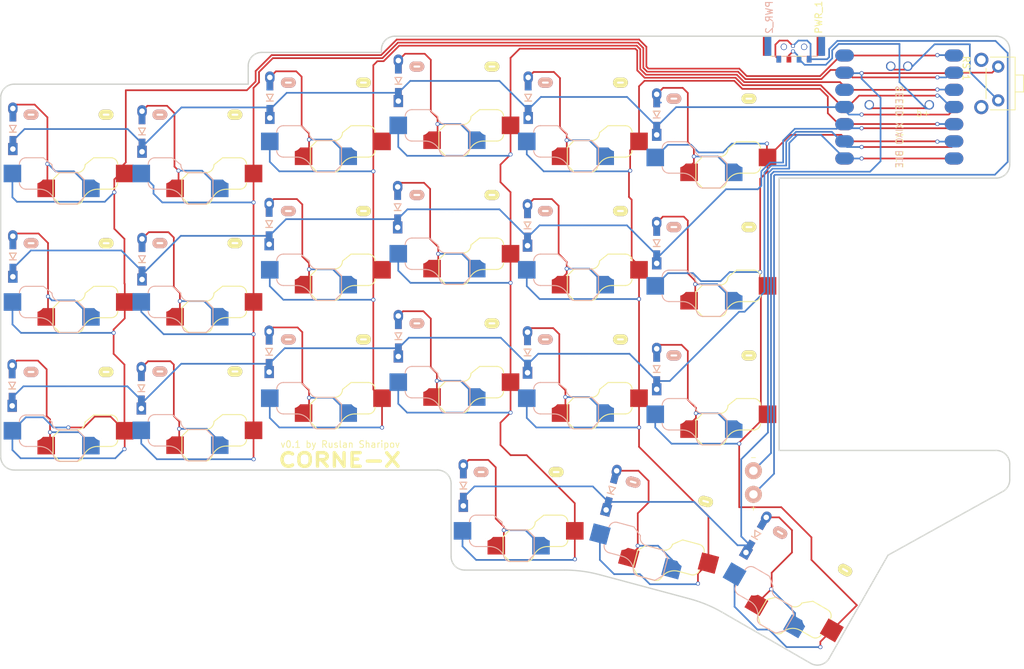
<source format=kicad_pcb>
(kicad_pcb (version 20221018) (generator pcbnew)
  (title_block (title "Corne Light") (date "2020-11-12") (rev "2.0") (company "foostan"))
  (layers (0 "F.Cu" signal) (31 "B.Cu" signal) (34 "B.Paste" user) (35 "F.Paste" user) (36 "B.SilkS" user "B.Silkscreen") (37 "F.SilkS" user "F.Silkscreen") (38 "B.Mask" user) (39 "F.Mask" user) (44 "Edge.Cuts" user))
  (net 0 "")
  (net 1 "row0")
  (net 2 "row1")
  (net 3 "row2")
  (net 4 "row3")
  (net 5 "VBAT")
  (net 6 "col0")
  (net 7 "col1")
  (net 8 "col2")
  (net 9 "col3")
  (net 10 "col4")
  (net 11 "GND")
  (net 12 "Net-(D2-A)")
  (net 13 "Net-(D3-A)")
  (net 14 "Net-(D4-A)")
  (net 15 "Net-(D5-A)")
  (net 16 "Net-(D6-A)")
  (net 18 "Net-(D8-A)")
  (net 19 "Net-(D9-A)")
  (net 20 "Net-(D10-A)")
  (net 21 "Net-(D11-A)")
  (net 22 "Net-(D12-A)")
  (net 24 "Net-(D14-A)")
  (net 25 "Net-(D15-A)")
  (net 26 "Net-(D16-A)")
  (net 27 "Net-(D17-A)")
  (net 28 "Net-(D18-A)")
  (net 29 "Net-(D19-A)")
  (net 30 "Net-(D20-A)")
  (net 31 "Net-(D21-A)")
  (net 33 "BAT+")
  (net 34 "Net-(D1-A)")
  (net 35 "Net-(D7-A)")
  (net 36 "Net-(D13-A)")
  (net 38 "RESET")
  (net 41 "col5")
  (footprint "kbd:keyswitch_chock12_hotswap_1u_reversible" (layer "F.Cu") (at 117.1875 43.545)
    (fp_text reference "SW6" hide)
    (fp_text value "SW_PUSH" hide)
  )
  (footprint "kbd:keyswitch_chock12_hotswap_1u_reversible" (layer "F.Cu") (at 98.1875 41.17)
    (fp_text reference "SW5" hide)
    (fp_text value "SW_PUSH" hide)
  )
  (footprint "kbd:keyswitch_chock12_hotswap_1u_reversible" (layer "F.Cu") (at 79.1875 38.795)
    (fp_text reference "SW4" hide)
    (fp_text value "SW_PUSH" hide)
  )
  (footprint "kbd:keyswitch_chock12_hotswap_1u_reversible" (layer "F.Cu") (at 60.1875 41.17)
    (fp_text reference "SW3" hide)
    (fp_text value "SW_PUSH" hide)
  )
  (footprint "kbd:keyswitch_chock12_hotswap_1u_reversible" (layer "F.Cu") (at 41.1875 45.92)
    (fp_text reference "SW2" hide)
    (fp_text value "SW_PUSH" hide)
  )
  (footprint "kbd:keyswitch_chock12_hotswap_1u_reversible" (layer "F.Cu") (at 117.1875 81.545)
    (fp_text reference "SW18" hide)
    (fp_text value "SW_PUSH" hide)
  )
  (footprint "kbd:keyswitch_chock12_hotswap_1u_reversible" (layer "F.Cu") (at 129.65 109.86314 -30)
    (fp_text reference "SW21" hide)
    (fp_text value "SW_PUSH" hide)
  )
  (footprint "kbd:keyswitch_chock12_hotswap_1u_reversible" (layer "F.Cu") (at 109.6875 101.545 -15)
    (fp_text reference "SW20" hide)
    (fp_text value "SW_PUSH" hide)
  )
  (footprint "kbd:keyswitch_chock12_hotswap_1u_reversible" (layer "F.Cu") (at 88.6875 98.795)
    (fp_text reference "SW19" hide)
    (fp_text value "SW_PUSH" hide)
  )
  (footprint "kbd:keyswitch_chock12_hotswap_1u_reversible" (layer "F.Cu") (at 98.1875 79.17)
    (fp_text reference "SW17" hide)
    (fp_text value "SW_PUSH" hide)
  )
  (footprint "kbd:keyswitch_chock12_hotswap_1u_reversible" (layer "F.Cu") (at 79.1875 76.795)
    (fp_text reference "SW16" hide)
    (fp_text value "SW_PUSH" hide)
  )
  (footprint "kbd:keyswitch_chock12_hotswap_1u_reversible" (layer "F.Cu") (at 60.1875 79.17)
    (fp_text reference "SW15" hide)
    (fp_text value "SW_PUSH" hide)
  )
  (footprint "kbd:keyswitch_chock12_hotswap_1u_reversible" (layer "F.Cu") (at 41.1875 83.92)
    (fp_text reference "SW14" hide)
    (fp_text value "SW_PUSH" hide)
  )
  (footprint "kbd:keyswitch_chock12_hotswap_1u_reversible" (layer "F.Cu") (at 117.1875 62.545)
    (fp_text reference "SW12" hide)
    (fp_text value "SW_PUSH" hide)
  )
  (footprint "kbd:keyswitch_chock12_hotswap_1u_reversible" (layer "F.Cu") (at 98.1875 60.17)
    (fp_text reference "SW11" hide)
    (fp_text value "SW_PUSH" hide)
  )
  (footprint "kbd:keyswitch_chock12_hotswap_1u_reversible" (layer "F.Cu") (at 79.1875 57.795)
    (fp_text reference "SW10" hide)
    (fp_text value "SW_PUSH" hide)
  )
  (footprint "kbd:keyswitch_chock12_hotswap_1u_reversible" (layer "F.Cu") (at 60.1875 60.17)
    (fp_text reference "SW9" hide)
    (fp_text value "SW_PUSH" hide)
  )
  (footprint "kbd:keyswitch_chock12_hotswap_1u_reversible" (layer "F.Cu") (at 41.1875 64.92)
    (fp_text reference "SW8" hide)
    (fp_text value "SW_PUSH" hide)
  )
  (footprint "" (layer "F.Cu") (at 86.75 88.4)
    (fp_text reference "")
    (fp_text value "")
  )
  (footprint "kbd:M2_HOLE_v2" (layer "F.Cu") (at 157.9 46.6)
    (fp_text reference "Ref**" hide)
    (fp_text value "Val**" hide)
  )
  (footprint "" (layer "F.Cu") (at 29.75 74.4)
    (fp_text reference "")
    (fp_text value "")
  )
  (footprint "kbd:keyswitch_chock12_hotswap_1u_reversible" (layer "F.Cu") (at 22.135 45.915)
    (fp_text reference "SW1" hide)
    (fp_text value "SW_PUSH" hide)
  )
  (footprint "TOTEMlib:xiao-ble-smd-cutout-one-side" (layer "F.Cu") (at 144.97 39.78)
    (fp_text reference "U1" hide)
    (fp_text value "xiao-ble" hide)
    (fp_arc (start -4.699 -0.7488) (mid -4.095391 -0.666609) (end -4.0132 -0.063) (stroke (width 0.12)) (layer "Edge.Cuts"))
    (fp_arc (start -1.524 -6.4638) (mid -0.920391 -6.381609) (end -0.8382 -5.778) (stroke (width 0.12)) (layer "Edge.Cuts"))
  )
  (footprint "TOTEMlib:MSK12C02" (layer "F.Cu") (at 133.15 29.5 -90)
    (fp_text reference "PWR_1")
    (fp_text value "SW_SPDT")
  )
  (footprint "" (layer "F.Cu") (at 157.9 94)
    (fp_text reference "")
    (fp_text value "")
  )
  (footprint "" (layer "F.Cu") (at 131.95 94)
    (fp_text reference "")
    (fp_text value "")
  )
  (footprint "TOTEMlib:SKHLLCA010_reversible" (layer "F.Cu") (at 158.35 36.3 -90)
    (fp_text reference "RST1")
    (fp_text value "SW_Push")
  )
  (footprint "kbd:keyswitch_chock12_hotswap_1u_reversible" (layer "F.Cu") (at 22.145 64.935)
    (fp_text reference "SW7" hide)
    (fp_text value "SW_PUSH" hide)
  )
  (footprint "TOTEMlib:BatteryPad" (layer "F.Cu") (at 123.4 93.6 180)
    (fp_text reference "BATGND1" hide)
    (fp_text value "-")
  )
  (footprint "" (layer "F.Cu") (at 86.75 49.6)
    (fp_text reference "")
    (fp_text value "")
  )
  (footprint "kbd:keyswitch_chock12_hotswap_1u_reversible" (layer "F.Cu") (at 22.135 83.985)
    (fp_text reference "SW13" hide)
    (fp_text value "SW_PUSH" hide)
  )
  (footprint "" (layer "F.Cu") (at 29.75 55.4)
    (fp_text reference "")
    (fp_text value "")
  )
  (footprint "" (layer "F.Cu") (at 130 46.6)
    (fp_text reference "")
    (fp_text value "")
  )
  (footprint "TOTEMlib:BatteryPad" (layer "F.Cu") (at 123.4 97.1 180)
    (fp_text reference "BAT+1" hide)
    (fp_text value "+")
  )
  (footprint "" (layer "F.Cu") (at 157.9 94)
    (fp_text reference "")
    (fp_text value "")
  )
  (footprint "kbd:D3_TH_reversible" (layer "B.Cu") (at 32.9 81.4 90)
    (fp_text reference "D14" hide)
    (fp_text value "D" hide)
  )
  (footprint "kbd:D3_TH_reversible" (layer "B.Cu") (at 33 62.3 90)
    (fp_text reference "D8" hide)
    (fp_text value "D" hide)
  )
  (footprint "kbd:D3_TH_reversible" (layer "B.Cu") (at 33 43.4 90)
    (fp_text reference "D2" hide)
    (fp_text value "D" hide)
  )
  (footprint "kbd:D3_TH_reversible" (layer "B.Cu") (at 123.8 103.1 60)
    (fp_text reference "D21" hide)
    (fp_text value "D" hide)
  )
  (footprint "kbd:D3_TH_reversible" (layer "B.Cu") (at 102.4 96.5 75)
    (fp_text reference "D20" hide)
    (fp_text value "D" hide)
  )
  (footprint "kbd:D3_TH_reversible" (layer "B.Cu") (at 80.5075 95.8 90)
    (fp_text reference "D19" hide)
    (fp_text value "D" hide)
  )
  (footprint "kbd:D3_TH_reversible" (layer "B.Cu") (at 109.1 78.55 90)
    (fp_text reference "D18" hide)
    (fp_text value "D" hide)
  )
  (footprint "kbd:D3_TH_reversible" (layer "B.Cu") (at 90 76.1 90)
    (fp_text reference "D17" hide)
    (fp_text value "D" hide)
  )
  (footprint "kbd:D3_TH_reversible" (layer "B.Cu") (at 70.9 73.7 90)
    (fp_text reference "D16" hide)
    (fp_text value "D" hide)
  )
  (footprint "kbd:D3_TH_reversible" (layer "B.Cu") (at 51.8 76 90)
    (fp_text reference "D15" hide)
    (fp_text value "D" hide)
  )
  (footprint "kbd:D3_TH_reversible" (layer "B.Cu") (at 109.1 59.92 90)
    (fp_text reference "D12" hide)
    (fp_text value "D" hide)
  )
  (footprint "kbd:D3_TH_reversible" (layer "B.Cu") (at 90 57.3 90)
    (fp_text reference "D11" hide)
    (fp_text value "D" hide)
  )
  (footprint "kbd:D3_TH_reversible" (layer "B.Cu") (at 70.8 54.6 90)
    (fp_text reference "D10" hide)
    (fp_text value "D" hide)
  )
  (footprint "kbd:D3_TH_reversible" (layer "B.Cu") (at 51.8 57.1 90)
    (fp_text reference "D9" hide)
    (fp_text value "D" hide)
  )
  (footprint "kbd:D3_TH_reversible" (layer "B.Cu") (at 109.1 40.9 90)
    (fp_text reference "D6" hide)
    (fp_text value "D" hide)
  )
  (footprint "kbd:D3_TH_reversible" (layer "B.Cu") (at 90.1 38.4 90)
    (fp_text reference "D5" hide)
    (fp_text value "D" hide)
  )
  (footprint "kbd:D3_TH_reversible" (layer "B.Cu") (at 70.9 35.9 90)
    (fp_text reference "D4" hide)
    (fp_text value "D" hide)
  )
  (footprint "kbd:D3_TH_reversible" (layer "B.Cu") (at 51.9 38.4 90)
    (fp_text reference "D3" hide)
    (fp_text value "D" hide)
  )
  (footprint "TOTEMlib:xiao-ble-smd-cutout-one-side" (layer "B.Cu") (at 144.97 39.78 180)
    (fp_text reference "U4" hide)
    (fp_text value "xiao-ble" hide)
    (fp_arc (start -4.0132 0.063) (mid -4.095391 0.666609) (end -4.699 0.7488) (stroke (width 0.12)) (layer "Edge.Cuts"))
    (fp_arc (start -0.8382 5.778) (mid -0.920391 6.381609) (end -1.524 6.4638) (stroke (width 0.12)) (layer "Edge.Cuts"))
  )
  (footprint "kbd:D3_TH_reversible" (layer "B.Cu") (at 13.9 43 90)
    (fp_text reference "D1" hide)
    (fp_text value "D" hide)
  )
  (footprint "kbd:D3_TH_reversible" (layer "B.Cu") (at 13.9 61.9 90)
    (fp_text reference "D7" hide)
    (fp_text value "D" hide)
  )
  (footprint "TOTEMlib:MSK12C02" (layer "B.Cu") (at 125.65 29.51 -90)
    (fp_text reference "PWR_2")
    (fp_text value "SW_SPDT")
  )
  (footprint "kbd:D3_TH_reversible" (layer "B.Cu") (at 13.8 81 90)
    (fp_text reference "D13" hide)
    (fp_text value "D" hide)
  )
  (gr_arc (start 161.3 48.3) (mid 160.714214 49.714214) (end 159.3 50.3) (stroke (width 0.2)) (layer "Edge.Cuts"))
  (gr_arc (start 80.7 108.3) (mid 79.285786 107.714214) (end 78.7 106.3) (stroke (width 0.2)) (layer "Edge.Cuts"))
  (gr_line (start 160.271286 96.671508) (end 143.3 106.1) (stroke (width 0.2)) (layer "Edge.Cuts"))
  (gr_line (start 48.7 36.4) (end 14.1 36.4) (stroke (width 0.2)) (layer "Edge.Cuts"))
  (gr_arc (start 113.958639 112.549933) (mid 116.434067 113.390192) (end 118.778756 114.546138) (stroke (width 0.2)) (layer "Edge.Cuts"))
  (gr_arc (start 48.7 33.7) (mid 49.285786 32.285786) (end 50.7 31.7) (stroke (width 0.2)) (layer "Edge.Cuts"))
  (gr_line (start 100.643666 108.981673) (end 113.958639 112.549933) (stroke (width 0.2)) (layer "Edge.Cuts"))
  (gr_arc (start 134.597523 121.359641) (mid 133.383167 122.296079) (end 131.86262 122.097297) (stroke (width 0.2)) (layer "Edge.Cuts"))
  (gr_line (start 14.1 93.5) (end 76.7 93.5) (stroke (width 0.2)) (layer "Edge.Cuts"))
  (gr_arc (start 76.7 93.5) (mid 78.114214 94.085786) (end 78.7 95.5) (stroke (width 0.2)) (layer "Edge.Cuts"))
  (gr_arc (start 14.1 93.5) (mid 12.685786 92.914214) (end 12.1 91.5) (stroke (width 0.2)) (layer "Edge.Cuts"))
  (gr_line (start 48.7 33.7) (end 48.7 36.4) (stroke (width 0.2)) (layer "Edge.Cuts"))
  (gr_line (start 161.3 92.6) (end 161.3 94.923193) (stroke (width 0.2)) (layer "Edge.Cuts"))
  (gr_line (start 80.7 108.3) (end 95.466577 108.3) (stroke (width 0.2)) (layer "Edge.Cuts"))
  (gr_line (start 68.4 31.7) (end 50.7 31.7) (stroke (width 0.2)) (layer "Edge.Cuts"))
  (gr_line (start 134.597523 121.359641) (end 143.3 106.1) (stroke (width 0.2)) (layer "Edge.Cuts"))
  (gr_arc (start 68.4 31.3) (mid 68.985786 29.885786) (end 70.4 29.3) (stroke (width 0.2)) (layer "Edge.Cuts"))
  (gr_line (start 159.3 29.3) (end 70.4 29.3) (stroke (width 0.2)) (layer "Edge.Cuts"))
  (gr_arc (start 95.466577 108.3) (mid 98.077465 108.471148) (end 100.643666 108.981673) (stroke (width 0.2)) (layer "Edge.Cuts"))
  (gr_line (start 127.2 50.3) (end 159.3 50.3) (stroke (width 0.2)) (layer "Edge.Cuts"))
  (gr_line (start 127.2 90.6) (end 127.2 50.3) (stroke (width 0.2)) (layer "Edge.Cuts"))
  (gr_line (start 118.778756 114.546138) (end 131.86262 122.097297) (stroke (width 0.2)) (layer "Edge.Cuts"))
  (gr_line (start 78.7 95.5) (end 78.7 106.3) (stroke (width 0.2)) (layer "Edge.Cuts"))
  (gr_arc (start 159.3 90.6) (mid 160.714214 91.185786) (end 161.3 92.6) (stroke (width 0.2)) (layer "Edge.Cuts"))
  (gr_arc (start 161.3 94.923193) (mid 161.023742 95.937449) (end 160.271286 96.671508) (stroke (width 0.2)) (layer "Edge.Cuts"))
  (gr_line (start 68.4 31.3) (end 68.4 31.7) (stroke (width 0.2)) (layer "Edge.Cuts"))
  (gr_line (start 12.1 38.4) (end 12.1 91.5) (stroke (width 0.2)) (layer "Edge.Cuts"))
  (gr_arc (start 159.3 29.3) (mid 160.714214 29.885786) (end 161.3 31.3) (stroke (width 0.2)) (layer "Edge.Cuts"))
  (gr_line (start 159.3 90.6) (end 127.2 90.6) (stroke (width 0.2)) (layer "Edge.Cuts"))
  (gr_arc (start 12.1 38.4) (mid 12.685786 36.985786) (end 14.1 36.4) (stroke (width 0.2)) (layer "Edge.Cuts"))
  (gr_line (start 161.3 31.3) (end 161.3 48.3) (stroke (width 0.2)) (layer "Edge.Cuts"))
  (gr_text "v0.1 by Ruslan Sharipov" (at 53.4 89.7) (layer "F.SilkS") (effects (font (size 1 0.95) (thickness 0.125)) (justify left)))
  (gr_text "CORNE-X" (at 52.9 93.2) (layer "F.SilkS") (effects (font (size 2 2.5) (thickness 0.5) bold) (justify left bottom)))
  (segment (start 153.399332 39.78) (end 152.279332 40.9) (width 0.25) (layer "F.Cu") (net 1))
  (segment (start 153.54 39.78) (end 153.399332 39.78) (width 0.25) (layer "F.Cu") (net 1))
  (segment (start 152.279332 40.9) (end 139.4 40.9) (width 0.25) (layer "F.Cu") (net 1))
  (via (at 139.4 40.9) (size 0.6) (drill 0.4) (layers "F.Cu" "B.Cu") (net 1))
  (segment (start 33 45.175) (end 33.5 45.175) (width 0.25) (layer "B.Cu") (net 1))
  (segment (start 51.57 39.845) (end 51.9 40.175) (width 0.25) (layer "B.Cu") (net 1))
  (segment (start 33.5 45.175) (end 38.83 39.845) (width 0.25) (layer "B.Cu") (net 1))
  (segment (start 13.9 44.775) (end 15.635 43.04) (width 0.25) (layer "B.Cu") (net 1))
  (segment (start 91.98 38.295) (end 104.72 38.295) (width 0.25) (layer "B.Cu") (net 1))
  (segment (start 104.72 38.295) (end 109.1 42.675) (width 0.25) (layer "B.Cu") (net 1))
  (segment (start 54.4 37.675) (end 70.9 37.675) (width 0.25) (layer "B.Cu") (net 1))
  (segment (start 139.4 40.9) (end 137.52 40.9) (width 0.25) (layer "B.Cu") (net 1))
  (segment (start 90.1 40.175) (end 91.98 38.295) (width 0.25) (layer "B.Cu") (net 1))
  (segment (start 85.845 35.92) (end 90.1 40.175) (width 0.25) (layer "B.Cu") (net 1))
  (segment (start 30.865 43.04) (end 33 45.175) (width 0.25) (layer "B.Cu") (net 1))
  (segment (start 15.635 43.04) (end 30.865 43.04) (width 0.25) (layer "B.Cu") (net 1))
  (segment (start 70.9 37.675) (end 72.655 35.92) (width 0.25) (layer "B.Cu") (net 1))
  (segment (start 137.52 40.9) (end 136.4 39.78) (width 0.25) (layer "B.Cu") (net 1))
  (segment (start 136.38 39.8) (end 136.4 39.78) (width 0.25) (layer "B.Cu") (net 1))
  (segment (start 111.975 39.8) (end 136.38 39.8) (width 0.25) (layer "B.Cu") (net 1))
  (segment (start 51.9 40.175) (end 54.4 37.675) (width 0.25) (layer "B.Cu") (net 1))
  (segment (start 72.655 35.92) (end 85.845 35.92) (width 0.25) (layer "B.Cu") (net 1))
  (segment (start 109.1 42.675) (end 111.975 39.8) (width 0.25) (layer "B.Cu") (net 1))
  (segment (start 38.83 39.845) (end 51.57 39.845) (width 0.25) (layer "B.Cu") (net 1))
  (segment (start 139.4005 42.925) (end 139.4 42.9245) (width 0.25) (layer "F.Cu") (net 2))
  (segment (start 152.935 42.925) (end 139.4005 42.925) (width 0.25) (layer "F.Cu") (net 2))
  (segment (start 153.54 42.32) (end 152.935 42.925) (width 0.25) (layer "F.Cu") (net 2))
  (via (at 139.4 42.9245) (size 0.6) (drill 0.4) (layers "F.Cu" "B.Cu") (net 2))
  (segment (start 125.854416 48) (end 124.575 49.279416) (width 0.25) (layer "B.Cu") (net 2))
  (segment (start 70.8 56.375) (end 72.255 54.92) (width 0.25) (layer "B.Cu") (net 2))
  (segment (start 124.05 51.95) (end 119.345 51.95) (width 0.25) (layer "B.Cu") (net 2))
  (segment (start 127.8 48) (end 125.854416 48) (width 0.25) (layer "B.Cu") (net 2))
  (segment (start 124.575 49.279416) (end 124.575 51.425) (width 0.25) (layer "B.Cu") (net 2))
  (segment (start 72.255 54.92) (end 85.845 54.92) (width 0.25) (layer "B.Cu") (net 2))
  (segment (start 109.6 61.695) (end 109.1 61.695) (width 0.25) (layer "B.Cu") (net 2))
  (segment (start 127.8 44.727208) (end 127.8 48) (width 0.25) (layer "B.Cu") (net 2))
  (segment (start 124.575 51.425) (end 124.05 51.95) (width 0.25) (layer "B.Cu") (net 2))
  (segment (start 91.78 57.295) (end 104.7 57.295) (width 0.25) (layer "B.Cu") (net 2))
  (segment (start 104.7 57.295) (end 109.1 61.695) (width 0.25) (layer "B.Cu") (net 2))
  (segment (start 29.935 61.01) (end 33 64.075) (width 0.25) (layer "B.Cu") (net 2))
  (segment (start 51.77 58.845) (end 51.8 58.875) (width 0.25) (layer "B.Cu") (net 2))
  (segment (start 54.3 56.375) (end 70.8 56.375) (width 0.25) (layer "B.Cu") (net 2))
  (segment (start 136.4 42.32) (end 135.72 43) (width 0.25) (layer "B.Cu") (net 2))
  (segment (start 139.4 42.9245) (end 137.0045 42.9245) (width 0.25) (layer "B.Cu") (net 2))
  (segment (start 33 64.075) (end 33.5 64.075) (width 0.25) (layer "B.Cu") (net 2))
  (segment (start 38.73 58.845) (end 51.77 58.845) (width 0.25) (layer "B.Cu") (net 2))
  (segment (start 85.845 54.92) (end 90 59.075) (width 0.25) (layer "B.Cu") (net 2))
  (segment (start 33.2075 63.675) (end 33.2375 63.645) (width 0.25) (layer "B.Cu") (net 2))
  (segment (start 16.565 61.01) (end 29.935 61.01) (width 0.25) (layer "B.Cu") (net 2))
  (segment (start 137.0045 42.9245) (end 136.4 42.32) (width 0.25) (layer "B.Cu") (net 2))
  (segment (start 119.345 51.95) (end 109.6 61.695) (width 0.25) (layer "B.Cu") (net 2))
  (segment (start 90 59.075) (end 91.78 57.295) (width 0.25) (layer "B.Cu") (net 2))
  (segment (start 51.8 58.875) (end 54.3 56.375) (width 0.25) (layer "B.Cu") (net 2))
  (segment (start 33.5 64.075) (end 38.73 58.845) (width 0.25) (layer "B.Cu") (net 2))
  (segment (start 135.72 43) (end 129.527208 43) (width 0.25) (layer "B.Cu") (net 2))
  (segment (start 129.527208 43) (end 127.8 44.727208) (width 0.25) (layer "B.Cu") (net 2))
  (segment (start 13.9 63.675) (end 16.565 61.01) (width 0.25) (layer "B.Cu") (net 2))
  (segment (start 152.7 45.7) (end 139.4 45.7) (width 0.25) (layer "F.Cu") (net 3))
  (segment (start 153.54 44.86) (end 152.7 45.7) (width 0.25) (layer "F.Cu") (net 3))
  (via (at 139.4 45.7) (size 0.6) (drill 0.4) (layers "F.Cu" "B.Cu") (net 3))
  (segment (start 125.025 49.465812) (end 125.025 67.150101) (width 0.25) (layer "B.Cu") (net 3))
  (segment (start 33.4 83.175) (end 38.8 77.775) (width 0.25) (layer "B.Cu") (net 3))
  (segment (start 134.99 43.45) (end 129.713604 43.45) (width 0.25) (layer "B.Cu") (net 3))
  (segment (start 30.835 81.11) (end 32.9 83.175) (width 0.25) (layer "B.Cu") (net 3))
  (segment (start 136.4 44.86) (end 134.99 43.45) (width 0.25) (layer "B.Cu") (net 3))
  (segment (start 111.033667 80.325) (end 109.1 80.325) (width 0.25) (layer "B.Cu") (net 3))
  (segment (start 126.040812 48.45) (end 125.025 49.465812) (width 0.25) (layer "B.Cu") (net 3))
  (segment (start 33.1375 82.725) (end 33.1875 82.675) (width 0.25) (layer "B.Cu") (net 3))
  (segment (start 15.465 81.11) (end 30.835 81.11) (width 0.25) (layer "B.Cu") (net 3))
  (segment (start 91.58 76.295) (end 105.07 76.295) (width 0.25) (layer "B.Cu") (net 3))
  (segment (start 139.4 45.7) (end 137.24 45.7) (width 0.25) (layer "B.Cu") (net 3))
  (segment (start 128.25 44.913604) (end 128.25 48.45) (width 0.25) (layer "B.Cu") (net 3))
  (segment (start 125.025 67.150101) (end 122.105101 70.07) (width 0.25) (layer "B.Cu") (net 3))
  (segment (start 128.25 48.45) (end 126.040812 48.45) (width 0.25) (layer "B.Cu") (net 3))
  (segment (start 54.1 75.475) (end 70.9 75.475) (width 0.25) (layer "B.Cu") (net 3))
  (segment (start 13.8 82.775) (end 15.465 81.11) (width 0.25) (layer "B.Cu") (net 3))
  (segment (start 137.24 45.7) (end 136.4 44.86) (width 0.25) (layer "B.Cu") (net 3))
  (segment (start 86.045 73.92) (end 90 77.875) (width 0.25) (layer "B.Cu") (net 3))
  (segment (start 72.455 73.92) (end 86.045 73.92) (width 0.25) (layer "B.Cu") (net 3))
  (segment (start 121.288667 70.07) (end 111.033667 80.325) (width 0.25) (layer "B.Cu") (net 3))
  (segment (start 105.07 76.295) (end 109.1 80.325) (width 0.25) (layer "B.Cu") (net 3))
  (segment (start 38.8 77.775) (end 51.8 77.775) (width 0.25) (layer "B.Cu") (net 3))
  (segment (start 32.9 83.175) (end 33.4 83.175) (width 0.25) (layer "B.Cu") (net 3))
  (segment (start 90 77.875) (end 91.58 76.295) (width 0.25) (layer "B.Cu") (net 3))
  (segment (start 51.8 77.775) (end 54.1 75.475) (width 0.25) (layer "B.Cu") (net 3))
  (segment (start 129.713604 43.45) (end 128.25 44.913604) (width 0.25) (layer "B.Cu") (net 3))
  (segment (start 70.9 75.475) (end 72.455 73.92) (width 0.25) (layer "B.Cu") (net 3))
  (segment (start 122.105101 70.07) (end 121.288667 70.07) (width 0.25) (layer "B.Cu") (net 3))
  (segment (start 153.54 47.4) (end 139.4 47.4) (width 0.25) (layer "F.Cu") (net 4))
  (via (at 139.4 47.4) (size 0.6) (drill 0.4) (layers "F.Cu" "B.Cu") (net 4))
  (segment (start 128.7 48.9) (end 126.227208 48.9) (width 0.25) (layer "B.Cu") (net 4))
  (segment (start 114.639211 98.214518) (end 121.061888 104.637195) (width 0.25) (layer "B.Cu") (net 4))
  (segment (start 121.6 103.324695) (end 122.9125 104.637195) (width 0.25) (layer "B.Cu") (net 4))
  (segment (start 128.7 45.1) (end 128.7 48.9) (width 0.25) (layer "B.Cu") (net 4))
  (segment (start 133.4 43.9) (end 129.9 43.9) (width 0.25) (layer "B.Cu") (net 4))
  (segment (start 121.061888 104.637195) (end 122.9125 104.637195) (width 0.25) (layer "B.Cu") (net 4))
  (segment (start 136.4 46.9) (end 133.4 43.9) (width 0.25) (layer "B.Cu") (net 4))
  (segment (start 101.940596 98.214518) (end 114.639211 98.214518) (width 0.25) (layer "B.Cu") (net 4))
  (segment (start 82.1625 95.92) (end 99.646078 95.92) (width 0.25) (layer "B.Cu") (net 4))
  (segment (start 125.55 49.577208) (end 125.55 87.95) (width 0.25) (layer "B.Cu") (net 4))
  (segment (start 139.4 47.4) (end 136.6185 47.4) (width 0.25) (layer "B.Cu") (net 4))
  (segment (start 99.646078 95.92) (end 101.940596 98.214518) (width 0.25) (layer "B.Cu") (net 4))
  (segment (start 125.55 87.95) (end 121.6 91.9) (width 0.25) (layer "B.Cu") (net 4))
  (segment (start 126.227208 48.9) (end 125.55 49.577208) (width 0.25) (layer "B.Cu") (net 4))
  (segment (start 136.4 47.4) (end 136.4 46.9) (width 0.25) (layer "B.Cu") (net 4))
  (segment (start 129.9 43.9) (end 128.7 45.1) (width 0.25) (layer "B.Cu") (net 4))
  (segment (start 80.5075 97.575) (end 82.1625 95.92) (width 0.25) (layer "B.Cu") (net 4))
  (segment (start 121.6 91.9) (end 121.6 103.324695) (width 0.25) (layer "B.Cu") (net 4))
  (segment (start 127.25 29.95) (end 126.65 30.55) (width 0.25) (layer "F.Cu") (net 5))
  (segment (start 128.449503 29.95) (end 127.25 29.95) (width 0.25) (layer "F.Cu") (net 5))
  (segment (start 126.65 32.25) (end 126.65 30.55) (width 0.25) (layer "F.Cu") (net 5))
  (segment (start 129.25 30.750497) (end 128.449503 29.95) (width 0.25) (layer "F.Cu") (net 5))
  (segment (start 127.15 32.75) (end 126.65 32.25) (width 0.25) (layer "F.Cu") (net 5))
  (via (at 129.25 30.750497) (size 0.6) (drill 0.4) (layers "F.Cu" "B.Cu") (net 5))
  (segment (start 126.45 94.05) (end 123.4 97.1) (width 0.25) (layer "B.Cu") (net 5))
  (segment (start 131.85 32.3) (end 131.4 32.75) (width 0.25) (layer "B.Cu") (net 5))
  (segment (start 134.6 32.4) (end 134.6 31.2) (width 0.25) (layer "B.Cu") (net 5))
  (segment (start 131.85 30.45) (end 131.85 32.51) (width 0.25) (layer "B.Cu") (net 5))
  (segment (start 126.6 49.8) (end 126.45 49.95) (width 0.25) (layer "B.Cu") (net 5))
  (segment (start 129.25 30.750497) (end 130.050497 29.95) (width 0.25) (layer "B.Cu") (net 5))
  (segment (start 161 31.8) (end 161 47.9) (width 0.25) (layer "B.Cu") (net 5))
  (segment (start 134.6 31.2) (end 135.8 30) (width 0.25) (layer "B.Cu") (net 5))
  (segment (start 130.050497 29.95) (end 131.35 29.95) (width 0.25) (layer "B.Cu") (net 5))
  (segment (start 131.65 32.71) (end 134.29 32.71) (width 0.25) (layer "B.Cu") (net 5))
  (segment (start 131.85 32.51) (end 131.65 32.71) (width 0.25) (layer "B.Cu") (net 5))
  (segment (start 135.8 30) (end 159.2 30) (width 0.25) (layer "B.Cu") (net 5))
  (segment (start 159.2 30) (end 161 31.8) (width 0.25) (layer "B.Cu") (net 5))
  (segment (start 134.29 32.71) (end 134.6 32.4) (width 0.25) (layer "B.Cu") (net 5))
  (segment (start 126.45 49.95) (end 126.45 94.05) (width 0.25) (layer "B.Cu") (net 5))
  (segment (start 159.1 49.8) (end 126.6 49.8) (width 0.25) (layer "B.Cu") (net 5))
  (segment (start 161 47.9) (end 159.1 49.8) (width 0.25) (layer "B.Cu") (net 5))
  (segment (start 131.35 29.95) (end 131.85 30.45) (width 0.25) (layer "B.Cu") (net 5))
  (segment (start 30.4 59.3) (end 30.4 65.9) (width 0.25) (layer "F.Cu") (net 6))
  (segment (start 122.412728 35.2) (end 133.263604 35.2) (width 0.25) (layer "F.Cu") (net 6))
  (segment (start 48.5 37.3) (end 49.8 36) (width 0.25) (layer "F.Cu") (net 6))
  (segment (start 133.263604 35.2) (end 136.303604 32.16) (width 0.25) (layer "F.Cu") (net 6))
  (segment (start 29.7915 49.615) (end 29.3765 49.2) (width 0.25) (layer "F.Cu") (net 6))
  (segment (start 30.445 65.945) (end 30.445 68.635) (width 0.25) (layer "F.Cu") (net 6))
  (segment (start 30.4 90.4) (end 30.435 90.365) (width 0.25) (layer "F.Cu") (net 6))
  (segment (start 150.54 32.16) (end 150.6 32.1) (width 0.25) (layer "F.Cu") (net 6))
  (segment (start 30.445 68.635) (end 30.445 71.055) (width 0.25) (layer "F.Cu") (net 6))
  (segment (start 106.5 29.8) (end 107.575 30.875) (width 0.25) (layer "F.Cu") (net 6))
  (segment (start 22.1 87.2) (end 24.4 87.2) (width 0.25) (layer "F.Cu") (net 6))
  (segment (start 28.8 73.2) (end 28.8 76.3) (width 0.25) (layer "F.Cu") (net 6))
  (segment (start 49.8 36) (end 49.8 34.463604) (width 0.25) (layer "F.Cu") (net 6))
  (segment (start 28.9 57.8) (end 30.4 59.3) (width 0.25) (layer "F.Cu") (net 6))
  (segment (start 30.435 90.365) (end 30.435 87.685) (width 0.25) (layer "F.Cu") (net 6))
  (segment (start 70.659099 29.8) (end 106.5 29.8) (width 0.25) (layer "F.Cu") (net 6))
  (segment (start 136.303604 32.16) (end 137.35 32.16) (width 0.25) (layer "F.Cu") (net 6))
  (segment (start 121.312728 34.1) (end 122.412728 35.2) (width 0.25) (layer "F.Cu") (net 6))
  (segment (start 26 85.6) (end 28.35 85.6) (width 0.25) (layer "F.Cu") (net 6))
  (segment (start 28.9 52.4) (end 28.9 57.8) (width 0.25) (layer "F.Cu") (net 6))
  (segment (start 28.9 52.4) (end 28.9 50.50165) (width 0.25) (layer "F.Cu") (net 6))
  (segment (start 30.6 47.9765) (end 30.6 37.3) (width 0.25) (layer "F.Cu") (net 6))
  (segment (start 49.8 34.463604) (end 52.163604 32.1) (width 0.25) (layer "F.Cu") (net 6))
  (segment (start 137.35 32.16) (end 150.54 32.16) (width 0.25) (layer "F.Cu") (net 6))
  (segment (start 24.4 87.2) (end 26 85.6) (width 0.25) (layer "F.Cu") (net 6))
  (segment (start 107.575 30.875) (end 107.575 33.799544) (width 0.25) (layer "F.Cu") (net 6))
  (segment (start 28.35 85.6) (end 30.435 87.685) (width 0.25) (layer "F.Cu") (net 6))
  (segment (start 107.875456 34.1) (end 121.312728 34.1) (width 0.25) (layer "F.Cu") (net 6))
  (segment (start 30.1115 68.635) (end 29.3765 67.9) (width 0.25) (layer "F.Cu") (net 6))
  (segment (start 30.4 77.9) (end 30.4 87.65) (width 0.25) (layer "F.Cu") (net 6))
  (segment (start 30.6 37.3) (end 48.5 37.3) (width 0.25) (layer "F.Cu") (net 6))
  (segment (start 52.163604 32.1) (end 68.359099 32.1) (width 0.25) (layer "F.Cu") (net 6))
  (segment (start 30.435 49.615) (end 29.7915 49.615) (width 0.25) (layer "F.Cu") (net 6))
  (segment (start 29.3765 49.2) (end 30.6 47.9765) (width 0.25) (layer "F.Cu") (net 6))
  (segment (start 30.445 68.635) (end 30.1115 68.635) (width 0.25) (layer "F.Cu") (net 6))
  (segment (start 107.575 33.799544) (end 107.875456 34.1) (width 0.25) (layer "F.Cu") (net 6))
  (segment (start 30.4 65.9) (end 30.445 65.945) (width 0.25) (layer "F.Cu") (net 6))
  (segment (start 28.8 76.3) (end 30.4 77.9) (width 0.25) (layer "F.Cu") (net 6))
  (segment (start 28.8 72.7) (end 28.8 73.2) (width 0.25) (layer "F.Cu") (net 6))
  (segment (start 30.445 71.055) (end 28.8 72.7) (width 0.25) (layer "F.Cu") (net 6))
  (segment (start 30.4 87.65) (end 30.435 87.685) (width 0.25) (layer "F.Cu") (net 6))
  (segment (start 28.9 50.50165) (end 29.3765 50.02515) (width 0.25) (layer "F.Cu") (net 6))
  (segment (start 68.359099 32.1) (end 70.659099 29.8) (width 0.25) (layer "F.Cu") (net 6))
  (segment (start 29.3765 50.02515) (end 29.3765 49.2) (width 0.25) (layer "F.Cu") (net 6))
  (via (at 28.9 52.4) (size 0.6) (drill 0.4) (layers "F.Cu" "B.Cu") (net 6))
  (via (at 150.6 32.1) (size 0.6) (drill 0.4) (layers "F.Cu" "B.Cu") (net 6))
  (via (at 28.8 73.2) (size 0.6) (drill 0.4) (layers "F.Cu" "B.Cu") (net 6))
  (via (at 22.1 87.2) (size 0.6) (drill 0.4) (layers "F.Cu" "B.Cu") (net 6))
  (via (at 30.4 90.4) (size 0.6) (drill 0.4) (layers "F.Cu" "B.Cu") (net 6))
  (segment (start 15.06 91.76) (end 29.04 91.76) (width 0.25) (layer "B.Cu") (net 6))
  (segment (start 13.845 71.945) (end 15.1 73.2) (width 0.25) (layer "B.Cu") (net 6))
  (segment (start 29.04 91.76) (end 30.4 90.4) (width 0.25) (layer "B.Cu") (net 6))
  (segment (start 13.835 87.685) (end 15.82 85.7) (width 0.25) (layer "B.Cu") (net 6))
  (segment (start 13.835 90.535) (end 15.06 91.76) (width 0.25) (layer "B.Cu") (net 6))
  (segment (start 13.835 53.135) (end 13.835 49.615) (width 0.25) (layer "B.Cu") (net 6))
  (segment (start 28.9 52.4) (end 27.5 53.8) (width 0.25) (layer "B.Cu") (net 6))
  (segment (start 15.1 73.2) (end 28.8 73.2) (width 0.25) (layer "B.Cu") (net 6))
  (segment (start 152.53 32.1) (end 152.59 32.16) (width 0.25) (layer "B.Cu") (net 6))
  (segment (start 19.9 87.2) (end 22.1 87.2) (width 0.25) (layer "B.Cu") (net 6))
  (segment (start 15.82 85.7) (end 18.4 85.7) (width 0.25) (layer "B.Cu") (net 6))
  (segment (start 13.835 87.685) (end 13.835 90.535) (width 0.25) (layer "B.Cu") (net 6))
  (segment (start 27.5 53.8) (end 14.5 53.8) (width 0.25) (layer "B.Cu") (net 6))
  (segment (start 14.5 53.8) (end 13.835 53.135) (width 0.25) (layer "B.Cu") (net 6))
  (segment (start 150.6 32.1) (end 152.53 32.1) (width 0.25) (layer "B.Cu") (net 6))
  (segment (start 18.4 85.7) (end 19.9 87.2) (width 0.25) (layer "B.Cu") (net 6))
  (segment (start 13.845 68.635) (end 13.845 71.945) (width 0.25) (layer "B.Cu") (net 6))
  (segment (start 107.125 31.061396) (end 107.125 33.98594) (width 0.25) (layer "F.Cu") (net 7))
  (segment (start 68.545495 32.55) (end 70.845495 30.25) (width 0.25) (layer "F.Cu") (net 7))
  (segment (start 106.313604 30.25) (end 107.125 31.061396) (width 0.25) (layer "F.Cu") (net 7))
  (segment (start 49.4875 53.9) (end 49.4875 36.948896) (width 0.25) (layer "F.Cu") (net 7))
  (segment (start 107.68906 34.55) (end 121.126332 34.55) (width 0.25) (layer "F.Cu") (net 7))
  (segment (start 49.4875 87.62) (end 49.4875 73.4) (width 0.25) (layer "F.Cu") (net 7))
  (segment (start 52.35 32.55) (end 68.545495 32.55) (width 0.25) (layer "F.Cu") (net 7))
  (segment (start 50.33 68.82) (end 50.35 68.8) (width 0.25) (layer "F.Cu") (net 7))
  (segment (start 137.35 34.7) (end 138.05 35.4) (width 0.25) (layer "F.Cu") (net 7))
  (segment (start 49.4875 36.948896) (end 50.3 36.136396) (width 0.25) (layer "F.Cu") (net 7))
  (segment (start 121.126332 34.55) (end 122.226332 35.65) (width 0.25) (layer "F.Cu") (net 7))
  (segment (start 138.05 35.4) (end 150.6 35.4) (width 0.25) (layer "F.Cu") (net 7))
  (segment (start 50.3 34.6) (end 52.35 32.55) (width 0.25) (layer "F.Cu") (net 7))
  (segment (start 133.45 35.65) (end 134.8 34.3) (width 0.25) (layer "F.Cu") (net 7))
  (segment (start 49.5 91.9) (end 49.4875 91.8875) (width 0.25) (layer "F.Cu") (net 7))
  (segment (start 134.8 34.3) (end 136.95 34.3) (width 0.25) (layer "F.Cu") (net 7))
  (segment (start 122.226332 35.65) (end 133.45 35.65) (width 0.25) (layer "F.Cu") (net 7))
  (segment (start 136.95 34.3) (end 137.35 34.7) (width 0.25) (layer "F.Cu") (net 7))
  (segment (start 49.4875 73.4) (end 49.4875 53.9) (width 0.25) (layer "F.Cu") (net 7))
  (segment (start 50.3 36.136396) (end 50.3 34.6) (width 0.25) (layer "F.Cu") (net 7))
  (segment (start 50.35 86.55) (end 49.08 87.82) (width 0.25) (layer "F.Cu") (net 7))
  (segment (start 49.4875 91.8875) (end 49.4875 87.62) (width 0.25) (layer "F.Cu") (net 7))
  (segment (start 107.125 33.98594) (end 107.68906 34.55) (width 0.25) (layer "F.Cu") (net 7))
  (segment (start 70.845495 30.25) (end 106.313604 30.25) (width 0.25) (layer "F.Cu") (net 7))
  (via (at 49.4875 73.4) (size 0.6) (drill 0.4) (layers "F.Cu" "B.Cu") (net 7))
  (via (at 49.5 91.9) (size 0.6) (drill 0.4) (layers "F.Cu" "B.Cu") (net 7))
  (via (at 49.4875 53.9) (size 0.6) (drill 0.4) (layers "F.Cu" "B.Cu") (net 7))
  (via (at 150.6 35.4) (size 0.6) (drill 0.4) (layers "F.Cu" "B.Cu") (net 7))
  (segment (start 151.89 35.4) (end 152.59 34.7) (width 0.25) (layer "B.Cu") (net 7))
  (segment (start 32.8875 89.5875) (end 35.2 91.9) (width 0.25) (layer "B.Cu") (net 7))
  (segment (start 34.7 52.6) (end 36 53.9) (width 0.25) (layer "B.Cu") (net 7))
  (segment (start 35.2 91.9) (end 49.5 91.9) (width 0.25) (layer "B.Cu") (net 7))
  (segment (start 34.7 51.4325) (end 34.7 52.6) (width 0.25) (layer "B.Cu") (net 7))
  (segment (start 32.8875 68.62) (end 32.8875 70.0875) (width 0.25) (layer "B.Cu") (net 7))
  (segment (start 36 53.9) (end 49.4875 53.9) (width 0.25) (layer "B.Cu") (net 7))
  (segment (start 36.2 73.4) (end 49.4875 73.4) (width 0.25) (layer "B.Cu") (net 7))
  (segment (start 32.8875 70.0875) (end 36.2 73.4) (width 0.25) (layer "B.Cu") (net 7))
  (segment (start 150.6 35.4) (end 151.89 35.4) (width 0.25) (layer "B.Cu") (net 7))
  (segment (start 32.8875 49.62) (end 34.7 51.4325) (width 0.25) (layer "B.Cu") (net 7))
  (segment (start 32.8875 87.62) (end 32.8875 89.5875) (width 0.25) (layer "B.Cu") (net 7))
  (segment (start 136.21 36.1) (end 137.35 37.24) (width 0.25) (layer "F.Cu") (net 8))
  (segment (start 71.031891 30.7) (end 106.127208 30.7) (width 0.25) (layer "F.Cu") (net 8))
  (segment (start 106.675 34.172336) (end 107.502664 35) (width 0.25) (layer "F.Cu") (net 8))
  (segment (start 67.2 68.3) (end 67.2 49.3) (width 0.25) (layer "F.Cu") (net 8))
  (segment (start 67.2 33.6) (end 67.8 33) (width 0.25) (layer "F.Cu") (net 8))
  (segment (start 67.2 49.3) (end 67.2 33.6) (width 0.25) (layer "F.Cu") (net 8))
  (segment (start 107.502664 35) (end 120.939936 35) (width 0.25) (layer "F.Cu") (net 8))
  (segment (start 68.731891 33) (end 71.031891 30.7) (width 0.25) (layer "F.Cu") (net 8))
  (segment (start 67.8 33) (end 68.731891 33) (width 0.25) (layer "F.Cu") (net 8))
  (segment (start 137.35 37.24) (end 150.56 37.24) (width 0.25) (layer "F.Cu") (net 8))
  (segment (start 68.4875 87.2125) (end 68.4875 82.87) (width 0.25) (layer "F.Cu") (net 8))
  (segment (start 68.4875 82.87) (end 67.2 81.5825) (width 0.25) (layer "F.Cu") (net 8))
  (segment (start 67.2 81.5825) (end 67.2 68.3) (width 0.25) (layer "F.Cu") (net 8))
  (segment (start 120.939936 35) (end 122.039936 36.1) (width 0.25) (layer "F.Cu") (net 8))
  (segment (start 106.127208 30.7) (end 106.675 31.247792) (width 0.25) (layer "F.Cu") (net 8))
  (segment (start 150.56 37.24) (end 150.6 37.2) (width 0.25) (layer "F.Cu") (net 8))
  (segment (start 106.675 31.247792) (end 106.675 34.172336) (width 0.25) (layer "F.Cu") (net 8))
  (segment (start 122.039936 36.1) (end 136.21 36.1) (width 0.25) (layer "F.Cu") (net 8))
  (via (at 150.6 37.2) (size 0.6) (drill 0.4) (layers "F.Cu" "B.Cu") (net 8))
  (via (at 67.2 49.3) (size 0.6) (drill 0.4) (layers "F.Cu" "B.Cu") (net 8))
  (via (at 68.4875 87.2125) (size 0.6) (drill 0.4) (layers "F.Cu" "B.Cu") (net 8))
  (via (at 67.2 68.3) (size 0.6) (drill 0.4) (layers "F.Cu" "B.Cu") (net 8))
  (segment (start 68.4875 87.2125) (end 68.475 87.2) (width 0.25) (layer "B.Cu") (net 8))
  (segment (start 53.3 87.2) (end 51.8875 85.7875) (width 0.25) (layer "B.Cu") (net 8))
  (segment (start 150.6 37.2) (end 152.55 37.2) (width 0.25) (layer "B.Cu") (net 8))
  (segment (start 51.8875 47.8875) (end 53.3 49.3) (width 0.25) (layer "B.Cu") (net 8))
  (segment (start 51.8875 66.2875) (end 53.9 68.3) (width 0.25) (layer "B.Cu") (net 8))
  (segment (start 68.475 87.2) (end 53.3 87.2) (width 0.25) (layer "B.Cu") (net 8))
  (segment (start 51.8875 44.87) (end 51.8875 47.8875) (width 0.25) (layer "B.Cu") (net 8))
  (segment (start 152.55 37.2) (end 152.59 37.24) (width 0.25) (layer "B.Cu") (net 8))
  (segment (start 51.8875 63.87) (end 51.8875 66.2875) (width 0.25) (layer "B.Cu") (net 8))
  (segment (start 51.8875 85.7875) (end 51.8875 82.87) (width 0.25) (layer "B.Cu") (net 8))
  (segment (start 53.9 68.3) (end 67.2 68.3) (width 0.25) (layer "B.Cu") (net 8))
  (segment (start 53.3 49.3) (end 67.2 49.3) (width 0.25) (layer "B.Cu") (net 8))
  (segment (start 89.872669 91.3) (end 87.5 91.3) (width 0.25) (layer "F.Cu") (net 9))
  (segment (start 87.4875 61.495) (end 87.4875 52.3875) (width 0.25) (layer "F.Cu") (net 9))
  (segment (start 87.4875 46.8) (end 87.4875 42.495) (width 0.25) (layer "F.Cu") (net 9))
  (segment (start 87.5 91.3) (end 86 89.8) (width 0.25) (layer "F.Cu") (net 9))
  (segment (start 87.4875 32.5125) (end 88.85 31.15) (width 0.25) (layer "F.Cu") (net 9))
  (segment (start 139.03 38.1) (end 150.6 38.1) (width 0.25) (layer "F.Cu") (net 9))
  (segment (start 86 50.9) (end 86 48.3) (width 0.25) (layer "F.Cu") (net 9))
  (segment (start 107.316268 35.45) (end 120.75354 35.45) (width 0.25) (layer "F.Cu") (net 9))
  (segment (start 87.4875 46.8125) (end 87.4875 46.8) (width 0.25) (layer "F.Cu") (net 9))
  (segment (start 120.75354 35.45) (end 121.85354 36.55) (width 0.25) (layer "F.Cu") (net 9))
  (segment (start 97 106.7) (end 96.9875 106.6875) (width 0.25) (layer "F.Cu") (net 9))
  (segment (start 88.85 31.15) (end 105.940812 31.15) (width 0.25) (layer "F.Cu") (net 9))
  (segment (start 133.35 36.55) (end 136.58 39.78) (width 0.25) (layer "F.Cu") (net 9))
  (segment (start 87.4875 65.8) (end 87.4875 61.495) (width 0.25) (layer "F.Cu") (net 9))
  (segment (start 96.9875 102.495) (end 96.9875 98.414831) (width 0.25) (layer "F.Cu") (net 9))
  (segment (start 96.9875 106.6875) (end 96.9875 102.495) (width 0.25) (layer "F.Cu") (net 9))
  (segment (start 137.35 39.78) (end 139.03 38.1) (width 0.25) (layer "F.Cu") (net 9))
  (segment (start 86 89.8) (end 86 86.4875) (width 0.25) (layer "F.Cu") (net 9))
  (segment (start 87.4875 42.495) (end 87.4875 32.5125) (width 0.25) (layer "F.Cu") (net 9))
  (segment (start 121.85354 36.55) (end 133.35 36.55) (width 0.25) (layer "F.Cu") (net 9))
  (segment (start 105.940812 31.15) (end 106.225 31.434188) (width 0.25) (layer "F.Cu") (net 9))
  (segment (start 87.4875 52.3875) (end 86 50.9) (width 0.25) (layer "F.Cu") (net 9))
  (segment (start 87.4875 80.495) (end 87.4875 65.8) (width 0.25) (layer "F.Cu") (net 9))
  (segment (start 87.4875 85) (end 87.4875 80.495) (width 0.25) (layer "F.Cu") (net 9))
  (segment (start 106.225 31.434188) (end 106.225 34.358732) (width 0.25) (layer "F.Cu") (net 9))
  (segment (start 106.225 34.358732) (end 107.316268 35.45) (width 0.25) (layer "F.Cu") (net 9))
  (segment (start 96.9875 98.414831) (end 89.872669 91.3) (width 0.25) (layer "F.Cu") (net 9))
  (segment (start 86 48.3) (end 87.4875 46.8125) (width 0.25) (layer "F.Cu") (net 9))
  (segment (start 136.58 39.78) (end 137.35 39.78) (width 0.25) (layer "F.Cu") (net 9))
  (segment (start 86 86.4875) (end 87.4875 85) (width 0.25) (layer "F.Cu") (net 9))
  (via (at 87.4875 85) (size 0.6) (drill 0.4) (layers "F.Cu" "B.Cu") (net 9))
  (via (at 97 106.7) (size 0.6) (drill 0.4) (layers "F.Cu" "B.Cu") (net 9))
  (via (at 87.4875 65.8) (size 0.6) (drill 0.4) (layers "F.Cu" "B.Cu") (net 9))
  (via (at 87.4875 46.8) (size 0.6) (drill 0.4) (layers "F.Cu" "B.Cu") (net 9))
  (via (at 150.6 38.1) (size 0.6) (drill 0.4) (layers "F.Cu" "B.Cu") (net 9))
  (segment (start 70.8875 42.495) (end 70.8875 45.6875) (width 0.25) (layer "B.Cu") (net 9))
  (segment (start 70.8875 80.495) (end 70.8875 83.6875) (width 0.25) (layer "B.Cu") (net 9))
  (segment (start 80.3875 104.7875) (end 82.4 106.8) (width 0.25) (layer "B.Cu") (net 9))
  (segment (start 150.91 38.1) (end 152.59 39.78) (width 0.25) (layer "B.Cu") (net 9))
  (segment (start 70.8875 61.495) (end 70.8875 63.9875) (width 0.25) (layer "B.Cu") (net 9))
  (segment (start 70.8875 83.6875) (end 72.2 85) (width 0.25) (layer "B.Cu") (net 9))
  (segment (start 87.2875 47) (end 87.4875 46.8) (width 0.25) (layer "B.Cu") (net 9))
  (segment (start 82.4 106.8) (end 96.9 106.8) (width 0.25) (layer "B.Cu") (net 9))
  (segment (start 96.9 106.8) (end 97 106.7) (width 0.25) (layer "B.Cu") (net 9))
  (segment (start 72.2 47) (end 87.2875 47) (width 0.25) (layer "B.Cu") (net 9))
  (segment (start 150.6 38.1) (end 150.91 38.1) (width 0.25) (layer "B.Cu") (net 9))
  (segment (start 70.8875 45.6875) (end 72.2 47) (width 0.25) (layer "B.Cu") (net 9))
  (segment (start 72.7 65.8) (end 87.4875 65.8) (width 0.25) (layer "B.Cu") (net 9))
  (segment (start 80.3875 102.495) (end 80.3875 104.7875) (width 0.25) (layer "B.Cu") (net 9))
  (segment (start 70.8875 63.9875) (end 72.7 65.8) (width 0.25) (layer "B.Cu") (net 9))
  (segment (start 72.2 85) (end 87.4875 85) (width 0.25) (layer "B.Cu") (net 9))
  (segment (start 107.3 35.9) (end 120.567144 35.9) (width 0.25) (layer "F.Cu") (net 10))
  (segment (start 106.4875 63.87) (end 106.4875 63.2875) (width 0.25) (layer "F.Cu") (net 10))
  (segment (start 106.4875 44.87) (end 106.4875 36.7125) (width 0.25) (layer "F.Cu") (net 10))
  (segment (start 105 49.375) (end 105.175 49.2) (width 0.25) (layer "F.Cu") (net 10))
  (segment (start 120.567144 35.9) (end 121.767144 37.1) (width 0.25) (layer "F.Cu") (net 10))
  (segment (start 136.02 42.32) (end 137.35 42.32) (width 0.25) (layer "F.Cu") (net 10))
  (segment (start 105.4 53.5) (end 105 53.1) (width 0.25) (layer "F.Cu") (net 10))
  (segment (start 106.4875 63.2875) (end 105.4 62.2) (width 0.25) (layer "F.Cu") (net 10))
  (segment (start 116.747054 107.267124) (end 116.747054 100.322361) (width 0.25) (layer "F.Cu") (net 10))
  (segment (start 115.2 110.3) (end 115.2 108.814178) (width 0.25) (layer "F.Cu") (net 10))
  (segment (start 105.175 46.1825) (end 106.4875 44.87) (width 0.25) (layer "F.Cu") (net 10))
  (segment (start 106.4875 90.062807) (end 106.4875 87.2) (width 0.25) (layer "F.Cu") (net 10))
  (segment (start 106.4875 87.2) (end 106.4875 82.87) (width 0.25) (layer "F.Cu") (net 10))
  (segment (start 105.4 62.2) (end 105.4 53.5) (width 0.25) (layer "F.Cu") (net 10))
  (segment (start 134.4 40.7) (end 136.02 42.32) (width 0.25) (layer "F.Cu") (net 10))
  (segment (start 106.4875 68.2) (end 106.4875 63.87) (width 0.25) (layer "F.Cu") (net 10))
  (segment (start 105 53.1) (end 105 49.375) (width 0.25) (layer "F.Cu") (net 10))
  (segment (start 134.4 38.236396) (end 134.4 40.7) (width 0.25) (layer "F.Cu") (net 10))
  (segment (start 121.767144 37.1) (end 133.263604 37.1) (width 0.25) (layer "F.Cu") (net 10))
  (segment (start 106.4875 36.7125) (end 107.3 35.9) (width 0.25) (layer "F.Cu") (net 10))
  (segment (start 137.35 42.32) (end 137.37 42.3) (width 0.25) (layer "F.Cu") (net 10))
  (segment (start 133.263604 37.1) (end 134.4 38.236396) (width 0.25) (layer "F.Cu") (net 10))
  (segment (start 115.2 108.814178) (end 116.747054 107.267124) (width 0.25) (layer "F.Cu") (net 10))
  (segment (start 106.4875 82.87) (end 106.4875 68.2) (width 0.25) (layer "F.Cu") (net 10))
  (segment (start 105.175 49.2) (end 105.175 46.1825) (width 0.25) (layer "F.Cu") (net 10))
  (segment (start 137.37 42.3) (end 150.6 42.3) (width 0.25) (layer "F.Cu") (net 10))
  (segment (start 116.747054 100.322361) (end 106.4875 90.062807) (width 0.25) (layer "F.Cu") (net 10))
  (via (at 106.4875 68.2) (size 0.6) (drill 0.4) (layers "F.Cu" "B.Cu") (net 10))
  (via (at 150.6 42.3) (size 0.6) (drill 0.4) (layers "F.Cu" "B.Cu") (net 10))
  (via (at 115.2 110.3) (size 0.6) (drill 0.4) (layers "F.Cu" "B.Cu") (net 10))
  (via (at 105.175 49.2) (size 0.6) (drill 0.4) (layers "F.Cu" "B.Cu") (net 10))
  (via (at 106.4875 87.2) (size 0.6) (drill 0.4) (layers "F.Cu" "B.Cu") (net 10))
  (segment (start 89.8875 44.87) (end 89.8875 46.7875) (width 0.25) (layer "B.Cu") (net 10))
  (segment (start 100.7 106.8) (end 102.8 108.9) (width 0.25) (layer "B.Cu") (net 10))
  (segment (start 106.6 108.9) (end 108.1 110.4) (width 0.25) (layer "B.Cu") (net 10))
  (segment (start 115.1 110.4) (end 115.2 110.3) (width 0.25) (layer "B.Cu") (net 10))
  (segment (start 89.8875 63.87) (end 89.8875 66.2875) (width 0.25) (layer "B.Cu") (net 10))
  (segment (start 100.7 104.329271) (end 100.7 106.8) (width 0.25) (layer "B.Cu") (net 10))
  (segment (start 102.8 108.9) (end 106.6 108.9) (width 0.25) (layer "B.Cu") (net 10))
  (segment (start 89.8875 82.87) (end 89.8875 85.7875) (width 0.25) (layer "B.Cu") (net 10))
  (segment (start 108.1 110.4) (end 115.1 110.4) (width 0.25) (layer "B.Cu") (net 10))
  (segment (start 89.8875 46.7875) (end 92.4 49.3) (width 0.25) (layer "B.Cu") (net 10))
  (segment (start 89.8875 85.7875) (end 91.3 87.2) (width 0.25) (layer "B.Cu") (net 10))
  (segment (start 92.4 49.3) (end 105.075 49.3) (width 0.25) (layer "B.Cu") (net 10))
  (segment (start 152.57 42.3) (end 152.59 42.32) (width 0.25) (layer "B.Cu") (net 10))
  (segment (start 100.712685 102.970727) (end 100.712685 104.316586) (width 0.25) (layer "B.Cu") (net 10))
  (segment (start 150.6 42.3) (end 152.57 42.3) (width 0.25) (layer "B.Cu") (net 10))
  (segment (start 100.712685 104.316586) (end 100.7 104.329271) (width 0.25) (layer "B.Cu") (net 10))
  (segment (start 91.3 87.2) (end 106.4875 87.2) (width 0.25) (layer "B.Cu") (net 10))
  (segment (start 105.075 49.3) (end 105.175 49.2) (width 0.25) (layer "B.Cu") (net 10))
  (segment (start 89.8875 66.2875) (end 91.8 68.2) (width 0.25) (layer "B.Cu") (net 10))
  (segment (start 91.8 68.2) (end 106.4875 68.2) (width 0.25) (layer "B.Cu") (net 10))
  (segment (start 153.54 34.7) (end 153.473593 34.766407) (width 0.25) (layer "F.Cu") (net 11))
  (segment (start 158.7 34.7) (end 153.54 34.7) (width 0.25) (layer "F.Cu") (net 11))
  (segment (start 159.6 33.8) (end 158.7 34.7) (width 0.25) (layer "F.Cu") (net 11))
  (segment (start 153.473593 34.766407) (end 139.409093 34.766407) (width 0.25) (layer "F.Cu") (net 11))
  (segment (start 139.409093 34.766407) (end 139.4 34.7755) (width 0.25) (layer "F.Cu") (net 11))
  (via (at 139.4 34.7755) (size 0.6) (drill 0.4) (layers "F.Cu" "B.Cu") (net 11))
  (segment (start 126.413604 49.35) (end 126 49.763604) (width 0.25) (layer "B.Cu") (net 11))
  (segment (start 139.4 34.7755) (end 136.4755 34.7755) (width 0.25) (layer "B.Cu") (net 11))
  (segment (start 142.2 38.4) (end 142.2 47.8) (width 0.25) (layer "B.Cu") (net 11))
  (segment (start 126 91) (end 123.4 93.6) (width 0.25) (layer "B.Cu") (net 11))
  (segment (start 140.65 49.35) (end 126.413604 49.35) (width 0.25) (layer "B.Cu") (net 11))
  (segment (start 139.4 35.6) (end 142.2 38.4) (width 0.25) (layer "B.Cu") (net 11))
  (segment (start 126 49.763604) (end 126 91) (width 0.25) (layer "B.Cu") (net 11))
  (segment (start 142.2 47.8) (end 140.65 49.35) (width 0.25) (layer "B.Cu") (net 11))
  (segment (start 139.4 34.7755) (end 139.4 35.6) (width 0.25) (layer "B.Cu") (net 11))
  (segment (start 136.4755 34.7755) (end 136.4 34.7) (width 0.25) (layer "B.Cu") (net 11))
  (segment (start 135.9 35.2) (end 136.4 34.7) (width 0.25) (layer "B.Cu") (net 11))
  (segment (start 37.8 40.7) (end 37.8 48.6) (width 0.25) (layer "F.Cu") (net 12))
  (segment (start 38.4 49.2) (end 38.4 51.3075) (width 0.25) (layer "F.Cu") (net 12))
  (segment (start 36.7 39.6) (end 37.8 40.7) (width 0.25) (layer "F.Cu") (net 12))
  (segment (start 33 40.4) (end 33.8 39.6) (width 0.25) (layer "F.Cu") (net 12))
  (segment (start 37.8 48.6) (end 38.4 49.2) (width 0.25) (layer "F.Cu") (net 12))
  (segment (start 38.4 51.3075) (end 37.8875 51.82) (width 0.25) (layer "F.Cu") (net 12))
  (segment (start 33.8 39.6) (end 36.7 39.6) (width 0.25) (layer "F.Cu") (net 12))
  (via (at 38.4 49.2) (size 0.6) (drill 0.4) (layers "F.Cu" "B.Cu") (net 12))
  (segment (start 41.8675 49.2) (end 38.4 49.2) (width 0.25) (layer "B.Cu") (net 12))
  (segment (start 44.4875 51.82) (end 41.8675 49.2) (width 0.25) (layer "B.Cu") (net 12))
  (segment (start 51.9 35.4) (end 52.8 34.5) (width 0.25) (layer "F.Cu") (net 13))
  (segment (start 55.8 34.5) (end 56.6 35.3) (width 0.25) (layer "F.Cu") (net 13))
  (segment (start 57.7 44.6) (end 57.7 46.2575) (width 0.25) (layer "F.Cu") (net 13))
  (segment (start 52.8 34.5) (end 55.8 34.5) (width 0.25) (layer "F.Cu") (net 13))
  (segment (start 56.6 35.3) (end 56.6 42.6) (width 0.25) (layer "F.Cu") (net 13))
  (segment (start 56.6 42.6) (end 57.7 43.7) (width 0.25) (layer "F.Cu") (net 13))
  (segment (start 57.7 43.7) (end 57.7 44.6) (width 0.25) (layer "F.Cu") (net 13))
  (segment (start 57.7 46.2575) (end 56.8875 47.07) (width 0.25) (layer "F.Cu") (net 13))
  (via (at 57.7 44.6) (size 0.6) (drill 0.4) (layers "F.Cu" "B.Cu") (net 13))
  (segment (start 61.0175 44.6) (end 57.7 44.6) (width 0.25) (layer "B.Cu") (net 13))
  (segment (start 63.4875 47.07) (end 61.0175 44.6) (width 0.25) (layer "B.Cu") (net 13))
  (segment (start 70.9 32.9) (end 71.9 31.9) (width 0.25) (layer "F.Cu") (net 14))
  (segment (start 76.7 43.8825) (end 75.8875 44.695) (width 0.25) (layer "F.Cu") (net 14))
  (segment (start 75.7 40.4) (end 76.7 41.4) (width 0.25) (layer "F.Cu") (net 14))
  (segment (start 76.7 42.3) (end 76.7 43.8825) (width 0.25) (layer "F.Cu") (net 14))
  (segment (start 71.9 31.9) (end 74.8 31.9) (width 0.25) (layer "F.Cu") (net 14))
  (segment (start 75.7 32.8) (end 75.7 40.4) (width 0.25) (layer "F.Cu") (net 14))
  (segment (start 74.8 31.9) (end 75.7 32.8) (width 0.25) (layer "F.Cu") (net 14))
  (segment (start 76.7 41.4) (end 76.7 42.3) (width 0.25) (layer "F.Cu") (net 14))
  (via (at 76.7 42.3) (size 0.6) (drill 0.4) (layers "F.Cu" "B.Cu") (net 14))
  (segment (start 82.4875 44.695) (end 80.0925 42.3) (width 0.25) (layer "B.Cu") (net 14))
  (segment (start 80.0925 42.3) (end 76.7 42.3) (width 0.25) (layer "B.Cu") (net 14))
  (segment (start 95.8 44.7) (end 95.8 46.1575) (width 0.25) (layer "F.Cu") (net 15))
  (segment (start 94.8 35.5) (end 94.8 42.8) (width 0.25) (layer "F.Cu") (net 15))
  (segment (start 94.8 42.8) (end 95.8 43.8) (width 0.25) (layer "F.Cu") (net 15))
  (segment (start 95.8 43.8) (end 95.8 44.7) (width 0.25) (layer "F.Cu") (net 15))
  (segment (start 93.9 34.6) (end 94.8 35.5) (width 0.25) (layer "F.Cu") (net 15))
  (segment (start 95.8 46.1575) (end 94.8875 47.07) (width 0.25) (layer "F.Cu") (net 15))
  (segment (start 90.9 34.6) (end 93.9 34.6) (width 0.25) (layer "F.Cu") (net 15))
  (segment (start 90.1 35.4) (end 90.9 34.6) (width 0.25) (layer "F.Cu") (net 15))
  (via (at 95.8 44.7) (size 0.6) (drill 0.4) (layers "F.Cu" "B.Cu") (net 15))
  (segment (start 99.1175 44.7) (end 95.8 44.7) (width 0.25) (layer "B.Cu") (net 15))
  (segment (start 101.4875 47.07) (end 99.1175 44.7) (width 0.25) (layer "B.Cu") (net 15))
  (segment (start 113.7 37.7) (end 113.7 45) (width 0.25) (layer "F.Cu") (net 16))
  (segment (start 114.6 47.1) (end 114.6 48) (width 0.25) (layer "F.Cu") (net 16))
  (segment (start 113.7 45) (end 114.6 45.9) (width 0.25) (layer "F.Cu") (net 16))
  (segment (start 112.95 36.95) (end 113.7 37.7) (width 0.25) (layer "F.Cu") (net 16))
  (segment (start 109.1 37.9) (end 110.05 36.95) (width 0.25) (layer "F.Cu") (net 16))
  (segment (start 114.6 48) (end 113.8875 48.7125) (width 0.25) (layer "F.Cu") (net 16))
  (segment (start 114.6 45.9) (end 114.6 47.1) (width 0.25) (layer "F.Cu") (net 16))
  (segment (start 113.8875 48.7125) (end 113.8875 49.445) (width 0.25) (layer "F.Cu") (net 16))
  (segment (start 110.05 36.95) (end 112.95 36.95) (width 0.25) (layer "F.Cu") (net 16))
  (via (at 114.6 47.1) (size 0.6) (drill 0.4) (layers "F.Cu" "B.Cu") (net 16))
  (segment (start 120.4875 49.445) (end 118.1425 47.1) (width 0.25) (layer "B.Cu") (net 16))
  (segment (start 118.1425 47.1) (end 114.6 47.1) (width 0.25) (layer "B.Cu") (net 16))
  (segment (start 109.1 39.125) (end 109.725 39.125) (width 0.25) (layer "B.Cu") (net 16))
  (segment (start 38.6 68.5) (end 38.6 70.1075) (width 0.25) (layer "F.Cu") (net 18))
  (segment (start 36.9 58.3) (end 37.7 59.1) (width 0.25) (layer "F.Cu") (net 18))
  (segment (start 37.7 59.1) (end 37.7 66.4) (width 0.25) (layer "F.Cu") (net 18))
  (segment (start 33 59.3) (end 34 58.3) (width 0.25) (layer "F.Cu") (net 18))
  (segment (start 38.6 67.3) (end 38.6 68.5) (width 0.25) (layer "F.Cu") (net 18))
  (segment (start 34 58.3) (end 36.9 58.3) (width 0.25) (layer "F.Cu") (net 18))
  (segment (start 37.7 66.4) (end 38.6 67.3) (width 0.25) (layer "F.Cu") (net 18))
  (segment (start 38.6 70.1075) (end 37.8875 70.82) (width 0.25) (layer "F.Cu") (net 18))
  (via (at 38.6 68.5) (size 0.6) (drill 0.4) (layers "F.Cu" "B.Cu") (net 18))
  (segment (start 42.1675 68.5) (end 38.6 68.5) (width 0.25) (layer "B.Cu") (net 18))
  (segment (start 44.4875 70.82) (end 42.1675 68.5) (width 0.25) (layer "B.Cu") (net 18))
  (segment (start 52.5 53.4) (end 55.9 53.4) (width 0.25) (layer "F.Cu") (net 19))
  (segment (start 56.7 61.9) (end 57.7 62.9) (width 0.25) (layer "F.Cu") (net 19))
  (segment (start 55.9 53.4) (end 56.7 54.2) (width 0.25) (layer "F.Cu") (net 19))
  (segment (start 51.8 54.1) (end 52.5 53.4) (width 0.25) (layer "F.Cu") (net 19))
  (segment (start 56.7 54.2) (end 56.7 61.9) (width 0.25) (layer "F.Cu") (net 19))
  (segment (start 57.7 63.8) (end 57.7 65.2575) (width 0.25) (layer "F.Cu") (net 19))
  (segment (start 57.7 62.9) (end 57.7 63.8) (width 0.25) (layer "F.Cu") (net 19))
  (segment (start 57.7 65.2575) (end 56.8875 66.07) (width 0.25) (layer "F.Cu") (net 19))
  (via (at 57.7 63.8) (size 0.6) (drill 0.4) (layers "F.Cu" "B.Cu") (net 19))
  (segment (start 61.2175 63.8) (end 57.7 63.8) (width 0.25) (layer "B.Cu") (net 19))
  (segment (start 63.4875 66.07) (end 61.2175 63.8) (width 0.25) (layer "B.Cu") (net 19))
  (segment (start 76.8 60.5) (end 76.8 61.5) (width 0.25) (layer "F.Cu") (net 20))
  (segment (start 70.8 51.6) (end 71.4 51) (width 0.25) (layer "F.Cu") (net 20))
  (segment (start 76.8 62.7825) (end 75.8875 63.695) (width 0.25) (layer "F.Cu") (net 20))
  (segment (start 74.7 51) (end 75.6 51.9) (width 0.25) (layer "F.Cu") (net 20))
  (segment (start 76.8 61.5) (end 76.8 62.7825) (width 0.25) (layer "F.Cu") (net 20))
  (segment (start 71.4 51) (end 74.7 51) (width 0.25) (layer "F.Cu") (net 20))
  (segment (start 75.6 51.9) (end 75.6 59.3) (width 0.25) (layer "F.Cu") (net 20))
  (segment (start 75.6 59.3) (end 76.8 60.5) (width 0.25) (layer "F.Cu") (net 20))
  (via (at 76.8 61.5) (size 0.6) (drill 0.4) (layers "F.Cu" "B.Cu") (net 20))
  (segment (start 80.2925 61.5) (end 76.8 61.5) (width 0.25) (layer "B.Cu") (net 20))
  (segment (start 82.4875 63.695) (end 80.2925 61.5) (width 0.25) (layer "B.Cu") (net 20))
  (segment (start 95.8 64.4125) (end 94.8875 65.325) (width 0.25) (layer "F.Cu") (net 21))
  (segment (start 94.8875 65.325) (end 94.8875 66.07) (width 0.25) (layer "F.Cu") (net 21))
  (segment (start 95.8 63.7) (end 95.8 64.4125) (width 0.25) (layer "F.Cu") (net 21))
  (segment (start 94.6 61.5) (end 95.8 62.7) (width 0.25) (layer "F.Cu") (net 21))
  (segment (start 90.9 53.4) (end 93.6 53.4) (width 0.25) (layer "F.Cu") (net 21))
  (segment (start 94.6 54.4) (end 94.6 61.5) (width 0.25) (layer "F.Cu") (net 21))
  (segment (start 90 54.3) (end 90.9 53.4) (width 0.25) (layer "F.Cu") (net 21))
  (segment (start 93.6 53.4) (end 94.6 54.4) (width 0.25) (layer "F.Cu") (net 21))
  (segment (start 95.8 62.7) (end 95.8 63.7) (width 0.25) (layer "F.Cu") (net 21))
  (via (at 95.8 63.7) (size 0.6) (drill 0.4) (layers "F.Cu" "B.Cu") (net 21))
  (segment (start 101.4875 66.07) (end 99.1175 63.7) (width 0.25) (layer "B.Cu") (net 21))
  (segment (start 99.1175 63.7) (end 95.8 63.7) (width 0.25) (layer "B.Cu") (net 21))
  (segment (start 109.1 56.92) (end 110.02 56) (width 0.25) (layer "F.Cu") (net 22))
  (segment (start 113.1 56) (end 113.7 56.6) (width 0.25) (layer "F.Cu") (net 22))
  (segment (start 114.8 66) (end 114.8 67.5325) (width 0.25) (layer "F.Cu") (net 22))
  (segment (start 114.8 67.5325) (end 113.8875 68.445) (width 0.25) (layer "F.Cu") (net 22))
  (segment (start 110.02 56) (end 113.1 56) (width 0.25) (layer "F.Cu") (net 22))
  (segment (start 113.7 56.6) (end 113.7 64.4) (width 0.25) (layer "F.Cu") (net 22))
  (segment (start 113.7 64.4) (end 114.8 65.5) (width 0.25) (layer "F.Cu") (net 22))
  (segment (start 114.8 65.5) (end 114.8 66) (width 0.25) (layer "F.Cu") (net 22))
  (via (at 114.8 66) (size 0.6) (drill 0.4) (layers "F.Cu" "B.Cu") (net 22))
  (segment (start 118.0425 66) (end 114.8 66) (width 0.25) (layer "B.Cu") (net 22))
  (segment (start 120.4875 68.445) (end 118.0425 66) (width 0.25) (layer "B.Cu") (net 22))
  (segment (start 37.7 77.9) (end 37.7 85.5) (width 0.25) (layer "F.Cu") (net 24))
  (segment (start 37.2 77.4) (end 37.7 77.9) (width 0.25) (layer "F.Cu") (net 24))
  (segment (start 37.7 85.5) (end 38.5 86.3) (width 0.25) (layer "F.Cu") (net 24))
  (segment (start 33.9 77.4) (end 37.2 77.4) (width 0.25) (layer "F.Cu") (net 24))
  (segment (start 32.9 78.4) (end 33.9 77.4) (width 0.25) (layer "F.Cu") (net 24))
  (segment (start 38.5 89.2075) (end 37.8875 89.82) (width 0.25) (layer "F.Cu") (net 24))
  (segment (start 38.5 86.3) (end 38.5 87.4) (width 0.25) (layer "F.Cu") (net 24))
  (segment (start 38.5 87.4) (end 38.5 89.2075) (width 0.25) (layer "F.Cu") (net 24))
  (via (at 38.5 87.4) (size 0.6) (drill 0.4) (layers "F.Cu" "B.Cu") (net 24))
  (segment (start 44.4875 89.2875) (end 42.6 87.4) (width 0.25) (layer "B.Cu") (net 24))
  (segment (start 44.4875 89.82) (end 44.4875 89.2875) (width 0.25) (layer "B.Cu") (net 24))
  (segment (start 42.6 87.4) (end 38.5 87.4) (width 0.25) (layer "B.Cu") (net 24))
  (segment (start 57.7 84.2575) (end 56.8875 85.07) (width 0.25) (layer "F.Cu") (net 25))
  (segment (start 57.7 82.8) (end 57.7 84.2575) (width 0.25) (layer "F.Cu") (net 25))
  (segment (start 56 72.4) (end 56.7 73.1) (width 0.25) (layer "F.Cu") (net 25))
  (segment (start 57.7 81.7) (end 57.7 82.8) (width 0.25) (layer "F.Cu") (net 25))
  (segment (start 56.7 80.7) (end 57.7 81.7) (width 0.25) (layer "F.Cu") (net 25))
  (segment (start 52.4 72.4) (end 56 72.4) (width 0.25) (layer "F.Cu") (net 25))
  (segment (start 51.8 73) (end 52.4 72.4) (width 0.25) (layer "F.Cu") (net 25))
  (segment (start 56.7 73.1) (end 56.7 80.7) (width 0.25) (layer "F.Cu") (net 25))
  (via (at 57.7 82.8) (size 0.6) (drill 0.4) (layers "F.Cu" "B.Cu") (net 25))
  (segment (start 61.2175 82.8) (end 57.7 82.8) (width 0.25) (layer "B.Cu") (net 25))
  (segment (start 63.4875 85.07) (end 61.2175 82.8) (width 0.25) (layer "B.Cu") (net 25))
  (segment (start 76.6 81.9825) (end 75.8875 82.695) (width 0.25) (layer "F.Cu") (net 26))
  (segment (start 70.9 70.7) (end 71.6 70) (width 0.25) (layer "F.Cu") (net 26))
  (segment (start 75.7 78.3) (end 76.6 79.2) (width 0.25) (layer "F.Cu") (net 26))
  (segment (start 71.6 70) (end 74.6 70) (width 0.25) (layer "F.Cu") (net 26))
  (segment (start 76.6 79.2) (end 76.6 80.3) (width 0.25) (layer "F.Cu") (net 26))
  (segment (start 76.6 80.3) (end 76.6 81.9825) (width 0.25) (layer "F.Cu") (net 26))
  (segment (start 75.7 71.1) (end 75.7 78.3) (width 0.25) (layer "F.Cu") (net 26))
  (segment (start 74.6 70) (end 75.7 71.1) (width 0.25) (layer "F.Cu") (net 26))
  (via (at 76.6 80.3) (size 0.6) (drill 0.4) (layers "F.Cu" "B.Cu") (net 26))
  (segment (start 82.4875 82.695) (end 80.0925 80.3) (width 0.25) (layer "B.Cu") (net 26))
  (segment (start 80.0925 80.3) (end 76.6 80.3) (width 0.25) (layer "B.Cu") (net 26))
  (segment (start 95.6 84.3575) (end 94.8875 85.07) (width 0.25) (layer "F.Cu") (net 27))
  (segment (start 95.6 81.7) (end 95.6 82.7) (width 0.25) (layer "F.Cu") (net 27))
  (segment (start 94.7 73.4) (end 94.7 80.8) (width 0.25) (layer "F.Cu") (net 27))
  (segment (start 94.7 80.8) (end 95.6 81.7) (width 0.25) (layer "F.Cu") (net 27))
  (segment (start 95.6 82.7) (end 95.6 84.3575) (width 0.25) (layer "F.Cu") (net 27))
  (segment (start 90.6 72.5) (end 93.8 72.5) (width 0.25) (layer "F.Cu") (net 27))
  (segment (start 93.8 72.5) (end 94.7 73.4) (width 0.25) (layer "F.Cu") (net 27))
  (segment (start 90 73.1) (end 90.6 72.5) (width 0.25) (layer "F.Cu") (net 27))
  (via (at 95.6 82.7) (size 0.6) (drill 0.4) (layers "F.Cu" "B.Cu") (net 27))
  (segment (start 99.1175 82.7) (end 95.6 82.7) (width 0.25) (layer "B.Cu") (net 27))
  (segment (start 101.4875 85.07) (end 99.1175 82.7) (width 0.25) (layer "B.Cu") (net 27))
  (segment (start 109.1 75.55) (end 109.676273 74.973727) (width 0.25) (layer "F.Cu") (net 28))
  (segment (start 113.8875 86.8125) (end 113.8875 87.445) (width 0.25) (layer "F.Cu") (net 28))
  (segment (start 114.9 84.3) (end 114.9 85.1) (width 0.25) (layer "F.Cu") (net 28))
  (segment (start 114.9 85.1) (end 114.9 85.8) (width 0.25) (layer "F.Cu") (net 28))
  (segment (start 114.9 85.8) (end 113.8875 86.8125) (width 0.25) (layer "F.Cu") (net 28))
  (segment (start 113.7 83.1) (end 114.9 84.3) (width 0.25) (layer "F.Cu") (net 28))
  (segment (start 109.676273 74.973727) (end 112.773727 74.973727) (width 0.25) (layer "F.Cu") (net 28))
  (segment (start 112.773727 74.973727) (end 113.7 75.9) (width 0.25) (layer "F.Cu") (net 28))
  (segment (start 113.7 75.9) (end 113.7 83.1) (width 0.25) (layer "F.Cu") (net 28))
  (via (at 114.9 85.1) (size 0.6) (drill 0.4) (layers "F.Cu" "B.Cu") (net 28))
  (segment (start 120.4875 87.445) (end 118.1425 85.1) (width 0.25) (layer "B.Cu") (net 28))
  (segment (start 118.1425 85.1) (end 114.9 85.1) (width 0.25) (layer "B.Cu") (net 28))
  (segment (start 86.5 101.9) (end 86.5 102.4) (width 0.25) (layer "F.Cu") (net 29))
  (segment (start 85.3 100.7) (end 86.5 101.9) (width 0.25) (layer "F.Cu") (net 29))
  (segment (start 85.3 93.1) (end 85.3 100.7) (width 0.25) (layer "F.Cu") (net 29))
  (segment (start 81.3075 92) (end 84.2 92) (width 0.25) (layer "F.Cu") (net 29))
  (segment (start 80.5075 92.8) (end 81.3075 92) (width 0.25) (layer "F.Cu") (net 29))
  (segment (start 86.5 102.4) (end 86.5 103.5825) (width 0.25) (layer "F.Cu") (net 29))
  (segment (start 86.5 103.5825) (end 85.3875 104.695) (width 0.25) (layer "F.Cu") (net 29))
  (segment (start 84.2 92) (end 85.3 93.1) (width 0.25) (layer "F.Cu") (net 29))
  (via (at 86.5 102.4) (size 0.6) (drill 0.4) (layers "F.Cu" "B.Cu") (net 29))
  (segment (start 89.6925 102.4) (end 86.5 102.4) (width 0.25) (layer "B.Cu") (net 29))
  (segment (start 91.9875 104.695) (end 89.6925 102.4) (width 0.25) (layer "B.Cu") (net 29))
  (segment (start 106.402223 93.602223) (end 107.9 95.1) (width 0.25) (layer "F.Cu") (net 30))
  (segment (start 106.3 105.062772) (end 104.972912 106.38986) (width 0.25) (layer "F.Cu") (net 30))
  (segment (start 103.176457 93.602223) (end 106.402223 93.602223) (width 0.25) (layer "F.Cu") (net 30))
  (segment (start 106.3 99.9) (end 106.3 104.7) (width 0.25) (layer "F.Cu") (net 30))
  (segment (start 106.3 104.7) (end 106.3 105.062772) (width 0.25) (layer "F.Cu") (net 30))
  (segment (start 107.9 95.1) (end 107.9 98.3) (width 0.25) (layer "F.Cu") (net 30))
  (segment (start 107.9 98.3) (end 106.3 99.9) (width 0.25) (layer "F.Cu") (net 30))
  (via (at 106.3 104.7) (size 0.6) (drill 0.4) (layers "F.Cu" "B.Cu") (net 30))
  (segment (start 111.348023 108.098065) (end 111.348023 106.752206) (width 0.25) (layer "B.Cu") (net 30))
  (segment (start 109.295817 104.7) (end 106.3 104.7) (width 0.25) (layer "B.Cu") (net 30))
  (segment (start 111.348023 106.752206) (end 109.295817 104.7) (width 0.25) (layer "B.Cu") (net 30))
  (segment (start 129.1 102.4) (end 129.1 105.7) (width 0.25) (layer "F.Cu") (net 31))
  (segment (start 127.201924 100.501924) (end 129.1 102.4) (width 0.25) (layer "F.Cu") (net 31))
  (segment (start 129.1 105.7) (end 126.1 108.7) (width 0.25) (layer "F.Cu") (net 31))
  (segment (start 126.1 111.064806) (end 126.032403 111.132403) (width 0.25) (layer "F.Cu") (net 31))
  (segment (start 125.3 100.501924) (end 127.201924 100.501924) (width 0.25) (layer "F.Cu") (net 31))
  (segment (start 126.032403 111.132403) (end 123.842116 113.32269) (width 0.25) (layer "F.Cu") (net 31))
  (segment (start 126.1 108.7) (end 126.1 111.064806) (width 0.25) (layer "F.Cu") (net 31))
  (via (at 126.032403 111.132403) (size 0.6) (drill 0.4) (layers "F.Cu" "B.Cu") (net 31))
  (segment (start 129.557884 114.657884) (end 126.032403 111.132403) (width 0.25) (layer "B.Cu") (net 31))
  (segment (start 129.557884 116.62269) (end 129.557884 114.657884) (width 0.25) (layer "B.Cu") (net 31))
  (segment (start 149.085912 39.964969) (end 149.415 39.635881) (width 0.25) (layer "F.Cu") (net 33))
  (segment (start 140.854088 39.964969) (end 149.085912 39.964969) (width 0.25) (layer "F.Cu") (net 33))
  (segment (start 140.525 39.635881) (end 140.854088 39.964969) (width 0.25) (layer "F.Cu") (net 33))
  (segment (start 128.65 32.75) (end 128.65 32.15) (width 0.25) (layer "F.Cu") (net 33))
  (segment (start 140.525 39.463) (end 140.525 39.635881) (width 0.25) (layer "F.Cu") (net 33))
  (segment (start 128.65 32.15) (end 129.25 31.55) (width 0.25) (layer "F.Cu") (net 33))
  (segment (start 149.415 39.635881) (end 149.415 39.463) (width 0.25) (layer "F.Cu") (net 33))
  (via (at 129.25 31.55) (size 0.6) (drill 0.4) (layers "F.Cu" "B.Cu") (net 33))
  (segment (start 129.9 32.1) (end 129.35 31.55) (width 0.25) (layer "B.Cu") (net 33))
  (segment (start 145 30.45) (end 145 36.1) (width 0.25) (layer "B.Cu") (net 33))
  (segment (start 149.916969 39.133912) (end 149.587881 39.463) (width 0.25) (layer "B.Cu") (net 33))
  (segment (start 140.352119 39.463) (end 140.525 39.463) (width 0.25) (layer "B.Cu") (net 33))
  (segment (start 135.05 32.586396) (end 135.05 31.386396) (width 0.25) (layer "B.Cu") (net 33))
  (segment (start 135.05 31.386396) (end 135.986396 30.45) (width 0.25) (layer "B.Cu") (net 33))
  (segment (start 134.101396 33.535) (end 135.05 32.586396) (width 0.25) (layer "B.Cu") (net 33))
  (segment (start 145 36.1) (end 145.015519 36.1) (width 0.25) (layer "B.Cu") (net 33))
  (segment (start 130.975 33.535) (end 134.101396 33.535) (width 0.25) (layer "B.Cu") (net 33))
  (segment (start 148.880488 39.964969) (end 149.085912 39.964969) (width 0.25) (layer "B.Cu") (net 33))
  (segment (start 135.986396 30.45) (end 145 30.45) (width 0.25) (layer "B.Cu") (net 33))
  (segment (start 140.023031 39.133912) (end 140.352119 39.463) (width 0.25) (layer "B.Cu") (net 33))
  (segment (start 149.415 39.635881) (end 149.415 39.463) (width 0.25) (layer "B.Cu") (net 33))
  (segment (start 149.085912 39.964969) (end 149.415 39.635881) (width 0.25) (layer "B.Cu") (net 33))
  (segment (start 130.15 32.71) (end 130.975 33.535) (width 0.25) (layer "B.Cu") (net 33))
  (segment (start 149.587881 39.463) (end 149.828727 39.222154) (width 0.25) (layer "B.Cu") (net 33))
  (segment (start 145.015519 36.1) (end 148.880488 39.964969) (width 0.25) (layer "B.Cu") (net 33))
  (segment (start 129.25 31.55) (end 129.45 31.55) (width 0.25) (layer "B.Cu") (net 33))
  (segment (start 149.587881 39.463) (end 149.415 39.463) (width 0.25) (layer "B.Cu") (net 33))
  (segment (start 129.35 31.55) (end 129.25 31.55) (width 0.25) (layer "B.Cu") (net 33))
  (segment (start 17.123727 39.423727) (end 19.01 41.31) (width 0.25) (layer "F.Cu") (net 34))
  (segment (start 13.9 40) (end 14.476273 39.423727) (width 0.25) (layer "F.Cu") (net 34))
  (segment (start 19.01 51.64) (end 18.835 51.815) (width 0.25) (layer "F.Cu") (net 34))
  (segment (start 14.476273 39.423727) (end 17.123727 39.423727) (width 0.25) (layer "F.Cu") (net 34))
  (segment (start 19.01 48) (end 19.01 48.2) (width 0.25) (layer "F.Cu") (net 34))
  (segment (start 19.01 41.31) (end 19.01 48) (width 0.25) (layer "F.Cu") (net 34))
  (segment (start 19.01 48.2) (end 19.01 51.64) (width 0.25) (layer "F.Cu") (net 34))
  (via (at 19.01 48.2) (size 0.6) (drill 0.4) (layers "F.Cu" "B.Cu") (net 34))
  (segment (start 19.1 48.2) (end 19.01 48.2) (width 0.25) (layer "B.Cu") (net 34))
  (segment (start 20.2 49.3) (end 19.1 48.2) (width 0.25) (layer "B.Cu") (net 34))
  (segment (start 25.435 51.815) (end 22.92 49.3) (width 0.25) (layer "B.Cu") (net 34))
  (segment (start 22.92 49.3) (end 20.2 49.3) (width 0.25) (layer "B.Cu") (net 34))
  (segment (start 19.1 67.81) (end 19.1 70.58) (width 0.25) (layer "F.Cu") (net 35))
  (segment (start 19.1 70.58) (end 18.845 70.835) (width 0.25) (layer "F.Cu") (net 35))
  (segment (start 19.1 67.81) (end 19.1 59.9) (width 0.25) (layer "F.Cu") (net 35))
  (segment (start 14.3 58.5) (end 13.9 58.9) (width 0.25) (layer "F.Cu") (net 35))
  (segment (start 17.7 58.5) (end 14.3 58.5) (width 0.25) (layer "F.Cu") (net 35))
  (segment (start 19.1 59.9) (end 17.7 58.5) (width 0.25) (layer "F.Cu") (net 35))
  (via (at 19.1 67.81) (size 0.6) (drill 0.4) (layers "F.Cu" "B.Cu") (net 35))
  (segment (start 23.01 68.4) (end 25.445 70.835) (width 0.25) (layer "B.Cu") (net 35))
  (segment (start 19.1 67.81) (end 19.69 68.4) (width 0.25) (layer "B.Cu") (net 35))
  (segment (start 19.69 68.4) (end 23.01 68.4) (width 0.25) (layer "B.Cu") (net 35))
  (segment (start 18.9 78.6) (end 18.9 85.5) (width 0.25) (layer "F.Cu") (net 36))
  (segment (start 17.6 77.3) (end 18.9 78.6) (width 0.25) (layer "F.Cu") (net 36))
  (segment (start 18.9 85.5) (end 19.4 86) (width 0.25) (layer "F.Cu") (net 36))
  (segment (start 19.4 87.9) (end 19.4 89.32) (width 0.25) (layer "F.Cu") (net 36))
  (segment (start 19.4 86) (end 19.4 87.9) (width 0.25) (layer "F.Cu") (net 36))
  (segment (start 19.4 89.32) (end 18.835 89.885) (width 0.25) (layer "F.Cu") (net 36))
  (segment (start 13.8 78) (end 14.5 77.3) (width 0.25) (layer "F.Cu") (net 36))
  (segment (start 14.5 77.3) (end 17.6 77.3) (width 0.25) (layer "F.Cu") (net 36))
  (via (at 19.4 87.9) (size 0.6) (drill 0.4) (layers "F.Cu" "B.Cu") (net 36))
  (segment (start 23.7 87.9) (end 19.4 87.9) (width 0.25) (layer "B.Cu") (net 36))
  (segment (start 25.435 89.635) (end 23.7 87.9) (width 0.25) (layer "B.Cu") (net 36))
  (segment (start 25.435 89.885) (end 25.435 89.535) (width 0.25) (layer "B.Cu") (net 36))
  (segment (start 25.435 89.885) (end 25.435 89.635) (width 0.25) (layer "B.Cu") (net 36))
  (segment (start 144.029088 34.249969) (end 145.910912 34.249969) (width 0.25) (layer "F.Cu") (net 38))
  (segment (start 143.7 33.748) (end 143.7 33.920881) (width 0.25) (layer "F.Cu") (net 38))
  (segment (start 143.7 33.920881) (end 144.029088 34.249969) (width 0.25) (layer "F.Cu") (net 38))
  (segment (start 146.24 33.920881) (end 146.24 33.748) (width 0.25) (layer "F.Cu") (net 38))
  (segment (start 145.910912 34.249969) (end 146.24 33.920881) (width 0.25) (layer "F.Cu") (net 38))
  (segment (start 155.4 30.5) (end 150.1865 30.5) (width 0.25) (layer "B.Cu") (net 38))
  (segment (start 159.6 38.8) (end 155.4 34.6) (width 0.25) (layer "B.Cu") (net 38))
  (segment (start 155.4 34.6) (end 155.4 30.5) (width 0.25) (layer "B.Cu") (net 38))
  (segment (start 146.9385 33.748) (end 146.24 33.748) (width 0.25) (layer "B.Cu") (net 38))
  (segment (start 150.1865 30.5) (end 146.9385 33.748) (width 0.25) (layer "B.Cu") (net 38))
  (segment (start 125.4875 66.245) (end 124.4 65.1575) (width 0.25) (layer "F.Cu") (net 41))
  (segment (start 138.7 113.505445) (end 134.988011 117.217434) (width 0.25) (layer "F.Cu") (net 41))
  (segment (start 125.4 45.2) (end 125.4 47.1575) (width 0.25) (layer "F.Cu") (net 41))
  (segment (start 125.4875 85.245) (end 121.3 89.4325) (width 0.25) (layer "F.Cu") (net 41))
  (segment (start 137.35 44.86) (end 150.56 44.86) (width 0.25) (layer "F.Cu") (net 41))
  (segment (start 121.3 89.4325) (end 121.3 99) (width 0.25) (layer "F.Cu") (net 41))
  (segment (start 125.4 47.1575) (end 125.4875 47.245) (width 0.25) (layer "F.Cu") (net 41))
  (segment (start 136.39 43.9) (end 128.8325 43.9) (width 0.25) (layer "F.Cu") (net 41))
  (segment (start 124.5 84.2575) (end 124.5 67.2325) (width 0.25) (layer "F.Cu") (net 41))
  (segment (start 125.4875 49.3125) (end 125.4875 47.245) (width 0.25) (layer "F.Cu") (net 41))
  (segment (start 131.978332 103.457672) (end 131.978332 106.783777) (width 0.25) (layer "F.Cu") (net 41))
  (segment (start 124.4 50.4) (end 124.4 64.2) (width 0.25) (layer "F.Cu") (net 41))
  (segment (start 137.35 44.86) (end 136.39 43.9) (width 0.25) (layer "F.Cu") (net 41))
  (segment (start 124.4 65.1575) (end 124.4 64.2) (width 0.25) (layer "F.Cu") (net 41))
  (segment (start 131.978332 106.783777) (end 138.7 113.505445) (width 0.25) (layer "F.Cu") (net 41))
  (segment (start 133.3 119.7) (end 133.3 118.905445) (width 0.25) (layer "F.Cu") (net 41))
  (segment (start 150.56 44.86) (end 150.6 44.9) (width 0.25) (layer "F.Cu") (net 41))
  (segment (start 128.8325 43.9) (end 125.4875 47.245) (width 0.25) (layer "F.Cu") (net 41))
  (segment (start 124.4 50.4) (end 125.4875 49.3125) (width 0.25) (layer "F.Cu") (net 41))
  (segment (start 124.5 67.2325) (end 125.4875 66.245) (width 0.25) (layer "F.Cu") (net 41))
  (segment (start 133.3 118.905445) (end 134.988011 117.217434) (width 0.25) (layer "F.Cu") (net 41))
  (segment (start 125.4875 85.245) (end 124.5 84.2575) (width 0.25) (layer "F.Cu") (net 41))
  (segment (start 127.52066 99) (end 131.978332 103.457672) (width 0.25) (layer "F.Cu") (net 41))
  (segment (start 121.3 99) (end 127.52066 99) (width 0.25) (layer "F.Cu") (net 41))
  (via (at 125.4 45.2) (size 0.6) (drill 0.4) (layers "F.Cu" "B.Cu") (net 41))
  (via (at 124.4 64.2) (size 0.6) (drill 0.4) (layers "F.Cu" "B.Cu") (net 41))
  (via (at 150.6 44.9) (size 0.6) (drill 0.4) (layers "F.Cu" "B.Cu") (net 41))
  (via (at 133.3 119.7) (size 0.6) (drill 0.4) (layers "F.Cu" "B.Cu") (net 41))
  (via (at 121.3 89.6) (size 0.6) (drill 0.4) (layers "F.Cu" "B.Cu") (net 41))
  (segment (start 119.9 64.2) (end 124.4 64.2) (width 0.25) (layer "B.Cu") (net 41))
  (segment (start 120.611989 108.917434) (end 120.611989 113.711989) (width 0.25) (layer "B.Cu") (net 41))
  (segment (start 115.3 46.5) (end 118.9 46.5) (width 0.25) (layer "B.Cu") (net 41))
  (segment (start 124 117.1) (end 125.7 117.1) (width 0.25) (layer "B.Cu") (net 41))
  (segment (start 114.47 64.37) (end 115.65 65.55) (width 0.25) (layer "B.Cu") (net 41))
  (segment (start 110.7625 45.37) (end 114.17 45.37) (width 0.25) (layer "B.Cu") (net 41))
  (segment (start 111.3 89.6) (end 108.8875 87.1875) (width 0.25) (layer "B.Cu") (net 41))
  (segment (start 118.9 46.5) (end 120.2 45.2) (width 0.25) (layer "B.Cu") (net 41))
  (segment (start 115.65 65.55) (end 118.55 65.55) (width 0.25) (layer "B.Cu") (net 41))
  (segment (start 128.3 119.7) (end 133.3 119.7) (width 0.25) (layer "B.Cu") (net 41))
  (segment (start 114.17 45.37) (end 115.3 46.5) (width 0.25) (layer "B.Cu") (net 41))
  (segment (start 108.8875 47.245) (end 110.7625 45.37) (width 0.25) (layer "B.Cu") (net 41))
  (segment (start 108.8875 87.1875) (end 108.8875 85.245) (width 0.25) (layer "B.Cu") (net 41))
  (segment (start 152.55 44.9) (end 152.59 44.86) (width 0.25) (layer "B.Cu") (net 41))
  (segment (start 108.8875 66.245) (end 110.7625 64.37) (width 0.25) (layer "B.Cu") (net 41))
  (segment (start 121.3 89.6) (end 111.3 89.6) (width 0.25) (layer "B.Cu") (net 41))
  (segment (start 110.7625 64.37) (end 114.47 64.37) (width 0.25) (layer "B.Cu") (net 41))
  (segment (start 125.7 117.1) (end 128.3 119.7) (width 0.25) (layer "B.Cu") (net 41))
  (segment (start 120.2 45.2) (end 125.4 45.2) (width 0.25) (layer "B.Cu") (net 41))
  (segment (start 150.6 44.9) (end 152.55 44.9) (width 0.25) (layer "B.Cu") (net 41))
  (segment (start 120.611989 113.711989) (end 124 117.1) (width 0.25) (layer "B.Cu") (net 41))
  (segment (start 118.55 65.55) (end 119.9 64.2) (width 0.25) (layer "B.Cu") (net 41))
  (segment (start 108.8875 47.9875) (end 108.8875 47.245) (width 0.25) (layer "B.Cu") (net 41))
)
</source>
